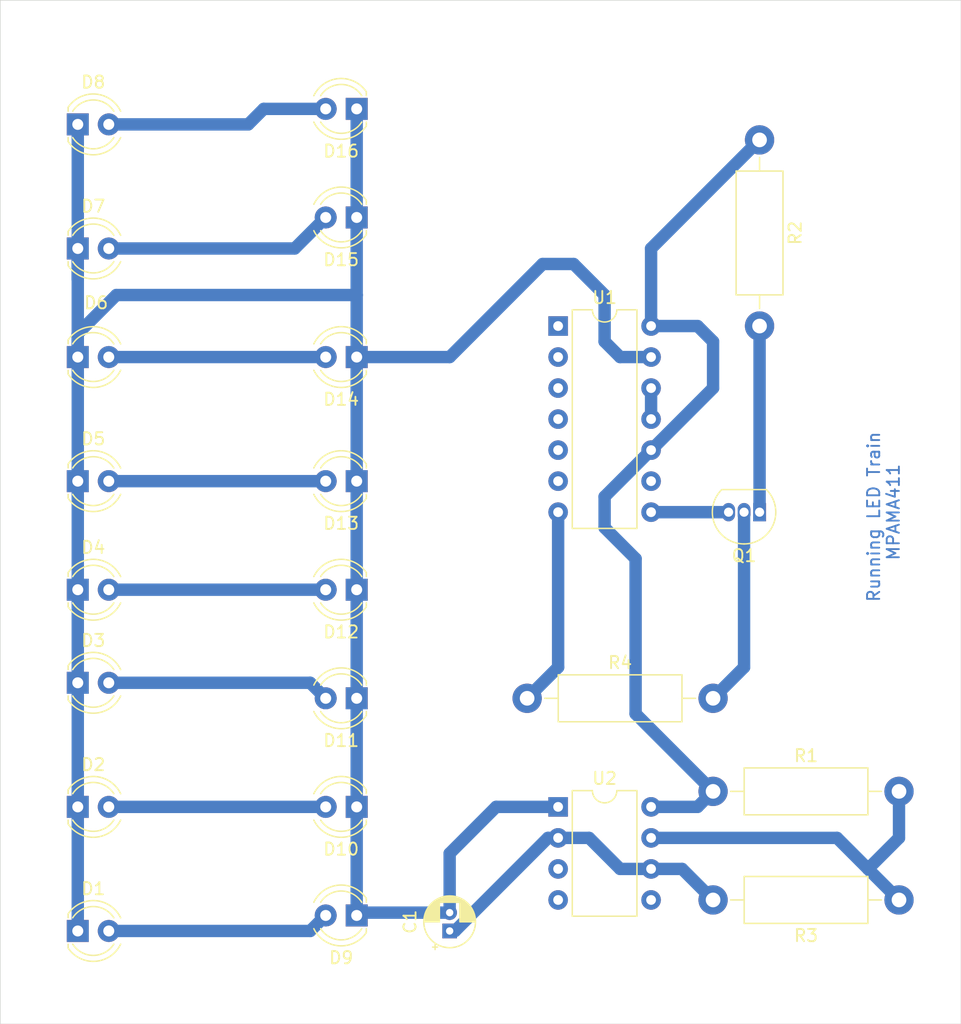
<source format=kicad_pcb>
(kicad_pcb (version 20171130) (host pcbnew "(5.1.10)-1")

  (general
    (thickness 1.6)
    (drawings 5)
    (tracks 77)
    (zones 0)
    (modules 24)
    (nets 20)
  )

  (page A4)
  (layers
    (0 F.Cu signal)
    (31 B.Cu signal)
    (32 B.Adhes user)
    (33 F.Adhes user)
    (34 B.Paste user)
    (35 F.Paste user)
    (36 B.SilkS user)
    (37 F.SilkS user)
    (38 B.Mask user)
    (39 F.Mask user)
    (40 Dwgs.User user)
    (41 Cmts.User user)
    (42 Eco1.User user)
    (43 Eco2.User user)
    (44 Edge.Cuts user)
    (45 Margin user)
    (46 B.CrtYd user)
    (47 F.CrtYd user)
    (48 B.Fab user)
    (49 F.Fab user)
  )

  (setup
    (last_trace_width 1.016)
    (user_trace_width 1.016)
    (user_trace_width 16)
    (trace_clearance 0.2)
    (zone_clearance 0.508)
    (zone_45_only no)
    (trace_min 0.2)
    (via_size 0.8)
    (via_drill 0.4)
    (via_min_size 0.4)
    (via_min_drill 0.3)
    (uvia_size 0.3)
    (uvia_drill 0.1)
    (uvias_allowed no)
    (uvia_min_size 0.2)
    (uvia_min_drill 0.1)
    (edge_width 0.05)
    (segment_width 0.2)
    (pcb_text_width 0.3)
    (pcb_text_size 1.5 1.5)
    (mod_edge_width 0.12)
    (mod_text_size 1 1)
    (mod_text_width 0.15)
    (pad_size 1.524 1.524)
    (pad_drill 0.762)
    (pad_to_mask_clearance 0)
    (aux_axis_origin 0 0)
    (visible_elements FFFFFF7F)
    (pcbplotparams
      (layerselection 0x010fc_ffffffff)
      (usegerberextensions false)
      (usegerberattributes true)
      (usegerberadvancedattributes true)
      (creategerberjobfile true)
      (excludeedgelayer true)
      (linewidth 0.100000)
      (plotframeref false)
      (viasonmask false)
      (mode 1)
      (useauxorigin false)
      (hpglpennumber 1)
      (hpglpenspeed 20)
      (hpglpendiameter 15.000000)
      (psnegative false)
      (psa4output false)
      (plotreference true)
      (plotvalue true)
      (plotinvisibletext false)
      (padsonsilk false)
      (subtractmaskfromsilk false)
      (outputformat 1)
      (mirror false)
      (drillshape 1)
      (scaleselection 1)
      (outputdirectory ""))
  )

  (net 0 "")
  (net 1 "Net-(C1-Pad1)")
  (net 2 "Net-(C1-Pad2)")
  (net 3 "Net-(D1-Pad2)")
  (net 4 "Net-(D10-Pad2)")
  (net 5 "Net-(D11-Pad2)")
  (net 6 "Net-(D12-Pad2)")
  (net 7 "Net-(D13-Pad2)")
  (net 8 "Net-(D14-Pad2)")
  (net 9 "Net-(D15-Pad2)")
  (net 10 "Net-(D16-Pad2)")
  (net 11 "Net-(Q1-Pad2)")
  (net 12 "Net-(Q1-Pad3)")
  (net 13 "Net-(Q1-Pad1)")
  (net 14 "Net-(R1-Pad1)")
  (net 15 "Net-(R1-Pad2)")
  (net 16 "Net-(U1-Pad9)")
  (net 17 "Net-(U1-Pad11)")
  (net 18 "Net-(U2-Pad5)")
  (net 19 "Net-(U2-Pad4)")

  (net_class Default "This is the default net class."
    (clearance 0.2)
    (trace_width 0.25)
    (via_dia 0.8)
    (via_drill 0.4)
    (uvia_dia 0.3)
    (uvia_drill 0.1)
    (add_net "Net-(C1-Pad1)")
    (add_net "Net-(C1-Pad2)")
    (add_net "Net-(D1-Pad2)")
    (add_net "Net-(D10-Pad2)")
    (add_net "Net-(D11-Pad2)")
    (add_net "Net-(D12-Pad2)")
    (add_net "Net-(D13-Pad2)")
    (add_net "Net-(D14-Pad2)")
    (add_net "Net-(D15-Pad2)")
    (add_net "Net-(D16-Pad2)")
    (add_net "Net-(Q1-Pad1)")
    (add_net "Net-(Q1-Pad2)")
    (add_net "Net-(Q1-Pad3)")
    (add_net "Net-(R1-Pad1)")
    (add_net "Net-(R1-Pad2)")
    (add_net "Net-(U1-Pad11)")
    (add_net "Net-(U1-Pad9)")
    (add_net "Net-(U2-Pad4)")
    (add_net "Net-(U2-Pad5)")
  )

  (module Capacitor_THT:CP_Radial_D4.0mm_P1.50mm (layer F.Cu) (tedit 5AE50EF0) (tstamp 61A3AA4A)
    (at 83.82 151.13 90)
    (descr "CP, Radial series, Radial, pin pitch=1.50mm, , diameter=4mm, Electrolytic Capacitor")
    (tags "CP Radial series Radial pin pitch 1.50mm  diameter 4mm Electrolytic Capacitor")
    (path /61951F94)
    (fp_text reference C1 (at 0.75 -3.25 90) (layer F.SilkS)
      (effects (font (size 1 1) (thickness 0.15)))
    )
    (fp_text value 10uF (at 0.75 3.25 90) (layer F.Fab)
      (effects (font (size 1 1) (thickness 0.15)))
    )
    (fp_text user %R (at 0.75 0 90) (layer F.Fab)
      (effects (font (size 0.8 0.8) (thickness 0.12)))
    )
    (fp_circle (center 0.75 0) (end 2.75 0) (layer F.Fab) (width 0.1))
    (fp_circle (center 0.75 0) (end 2.87 0) (layer F.SilkS) (width 0.12))
    (fp_circle (center 0.75 0) (end 3 0) (layer F.CrtYd) (width 0.05))
    (fp_line (start -0.952554 -0.8675) (end -0.552554 -0.8675) (layer F.Fab) (width 0.1))
    (fp_line (start -0.752554 -1.0675) (end -0.752554 -0.6675) (layer F.Fab) (width 0.1))
    (fp_line (start 0.75 0.84) (end 0.75 2.08) (layer F.SilkS) (width 0.12))
    (fp_line (start 0.75 -2.08) (end 0.75 -0.84) (layer F.SilkS) (width 0.12))
    (fp_line (start 0.79 0.84) (end 0.79 2.08) (layer F.SilkS) (width 0.12))
    (fp_line (start 0.79 -2.08) (end 0.79 -0.84) (layer F.SilkS) (width 0.12))
    (fp_line (start 0.83 0.84) (end 0.83 2.079) (layer F.SilkS) (width 0.12))
    (fp_line (start 0.83 -2.079) (end 0.83 -0.84) (layer F.SilkS) (width 0.12))
    (fp_line (start 0.87 -2.077) (end 0.87 -0.84) (layer F.SilkS) (width 0.12))
    (fp_line (start 0.87 0.84) (end 0.87 2.077) (layer F.SilkS) (width 0.12))
    (fp_line (start 0.91 -2.074) (end 0.91 -0.84) (layer F.SilkS) (width 0.12))
    (fp_line (start 0.91 0.84) (end 0.91 2.074) (layer F.SilkS) (width 0.12))
    (fp_line (start 0.95 -2.071) (end 0.95 -0.84) (layer F.SilkS) (width 0.12))
    (fp_line (start 0.95 0.84) (end 0.95 2.071) (layer F.SilkS) (width 0.12))
    (fp_line (start 0.99 -2.067) (end 0.99 -0.84) (layer F.SilkS) (width 0.12))
    (fp_line (start 0.99 0.84) (end 0.99 2.067) (layer F.SilkS) (width 0.12))
    (fp_line (start 1.03 -2.062) (end 1.03 -0.84) (layer F.SilkS) (width 0.12))
    (fp_line (start 1.03 0.84) (end 1.03 2.062) (layer F.SilkS) (width 0.12))
    (fp_line (start 1.07 -2.056) (end 1.07 -0.84) (layer F.SilkS) (width 0.12))
    (fp_line (start 1.07 0.84) (end 1.07 2.056) (layer F.SilkS) (width 0.12))
    (fp_line (start 1.11 -2.05) (end 1.11 -0.84) (layer F.SilkS) (width 0.12))
    (fp_line (start 1.11 0.84) (end 1.11 2.05) (layer F.SilkS) (width 0.12))
    (fp_line (start 1.15 -2.042) (end 1.15 -0.84) (layer F.SilkS) (width 0.12))
    (fp_line (start 1.15 0.84) (end 1.15 2.042) (layer F.SilkS) (width 0.12))
    (fp_line (start 1.19 -2.034) (end 1.19 -0.84) (layer F.SilkS) (width 0.12))
    (fp_line (start 1.19 0.84) (end 1.19 2.034) (layer F.SilkS) (width 0.12))
    (fp_line (start 1.23 -2.025) (end 1.23 -0.84) (layer F.SilkS) (width 0.12))
    (fp_line (start 1.23 0.84) (end 1.23 2.025) (layer F.SilkS) (width 0.12))
    (fp_line (start 1.27 -2.016) (end 1.27 -0.84) (layer F.SilkS) (width 0.12))
    (fp_line (start 1.27 0.84) (end 1.27 2.016) (layer F.SilkS) (width 0.12))
    (fp_line (start 1.31 -2.005) (end 1.31 -0.84) (layer F.SilkS) (width 0.12))
    (fp_line (start 1.31 0.84) (end 1.31 2.005) (layer F.SilkS) (width 0.12))
    (fp_line (start 1.35 -1.994) (end 1.35 -0.84) (layer F.SilkS) (width 0.12))
    (fp_line (start 1.35 0.84) (end 1.35 1.994) (layer F.SilkS) (width 0.12))
    (fp_line (start 1.39 -1.982) (end 1.39 -0.84) (layer F.SilkS) (width 0.12))
    (fp_line (start 1.39 0.84) (end 1.39 1.982) (layer F.SilkS) (width 0.12))
    (fp_line (start 1.43 -1.968) (end 1.43 -0.84) (layer F.SilkS) (width 0.12))
    (fp_line (start 1.43 0.84) (end 1.43 1.968) (layer F.SilkS) (width 0.12))
    (fp_line (start 1.471 -1.954) (end 1.471 -0.84) (layer F.SilkS) (width 0.12))
    (fp_line (start 1.471 0.84) (end 1.471 1.954) (layer F.SilkS) (width 0.12))
    (fp_line (start 1.511 -1.94) (end 1.511 -0.84) (layer F.SilkS) (width 0.12))
    (fp_line (start 1.511 0.84) (end 1.511 1.94) (layer F.SilkS) (width 0.12))
    (fp_line (start 1.551 -1.924) (end 1.551 -0.84) (layer F.SilkS) (width 0.12))
    (fp_line (start 1.551 0.84) (end 1.551 1.924) (layer F.SilkS) (width 0.12))
    (fp_line (start 1.591 -1.907) (end 1.591 -0.84) (layer F.SilkS) (width 0.12))
    (fp_line (start 1.591 0.84) (end 1.591 1.907) (layer F.SilkS) (width 0.12))
    (fp_line (start 1.631 -1.889) (end 1.631 -0.84) (layer F.SilkS) (width 0.12))
    (fp_line (start 1.631 0.84) (end 1.631 1.889) (layer F.SilkS) (width 0.12))
    (fp_line (start 1.671 -1.87) (end 1.671 -0.84) (layer F.SilkS) (width 0.12))
    (fp_line (start 1.671 0.84) (end 1.671 1.87) (layer F.SilkS) (width 0.12))
    (fp_line (start 1.711 -1.851) (end 1.711 -0.84) (layer F.SilkS) (width 0.12))
    (fp_line (start 1.711 0.84) (end 1.711 1.851) (layer F.SilkS) (width 0.12))
    (fp_line (start 1.751 -1.83) (end 1.751 -0.84) (layer F.SilkS) (width 0.12))
    (fp_line (start 1.751 0.84) (end 1.751 1.83) (layer F.SilkS) (width 0.12))
    (fp_line (start 1.791 -1.808) (end 1.791 -0.84) (layer F.SilkS) (width 0.12))
    (fp_line (start 1.791 0.84) (end 1.791 1.808) (layer F.SilkS) (width 0.12))
    (fp_line (start 1.831 -1.785) (end 1.831 -0.84) (layer F.SilkS) (width 0.12))
    (fp_line (start 1.831 0.84) (end 1.831 1.785) (layer F.SilkS) (width 0.12))
    (fp_line (start 1.871 -1.76) (end 1.871 -0.84) (layer F.SilkS) (width 0.12))
    (fp_line (start 1.871 0.84) (end 1.871 1.76) (layer F.SilkS) (width 0.12))
    (fp_line (start 1.911 -1.735) (end 1.911 -0.84) (layer F.SilkS) (width 0.12))
    (fp_line (start 1.911 0.84) (end 1.911 1.735) (layer F.SilkS) (width 0.12))
    (fp_line (start 1.951 -1.708) (end 1.951 -0.84) (layer F.SilkS) (width 0.12))
    (fp_line (start 1.951 0.84) (end 1.951 1.708) (layer F.SilkS) (width 0.12))
    (fp_line (start 1.991 -1.68) (end 1.991 -0.84) (layer F.SilkS) (width 0.12))
    (fp_line (start 1.991 0.84) (end 1.991 1.68) (layer F.SilkS) (width 0.12))
    (fp_line (start 2.031 -1.65) (end 2.031 -0.84) (layer F.SilkS) (width 0.12))
    (fp_line (start 2.031 0.84) (end 2.031 1.65) (layer F.SilkS) (width 0.12))
    (fp_line (start 2.071 -1.619) (end 2.071 -0.84) (layer F.SilkS) (width 0.12))
    (fp_line (start 2.071 0.84) (end 2.071 1.619) (layer F.SilkS) (width 0.12))
    (fp_line (start 2.111 -1.587) (end 2.111 -0.84) (layer F.SilkS) (width 0.12))
    (fp_line (start 2.111 0.84) (end 2.111 1.587) (layer F.SilkS) (width 0.12))
    (fp_line (start 2.151 -1.552) (end 2.151 -0.84) (layer F.SilkS) (width 0.12))
    (fp_line (start 2.151 0.84) (end 2.151 1.552) (layer F.SilkS) (width 0.12))
    (fp_line (start 2.191 -1.516) (end 2.191 -0.84) (layer F.SilkS) (width 0.12))
    (fp_line (start 2.191 0.84) (end 2.191 1.516) (layer F.SilkS) (width 0.12))
    (fp_line (start 2.231 -1.478) (end 2.231 -0.84) (layer F.SilkS) (width 0.12))
    (fp_line (start 2.231 0.84) (end 2.231 1.478) (layer F.SilkS) (width 0.12))
    (fp_line (start 2.271 -1.438) (end 2.271 -0.84) (layer F.SilkS) (width 0.12))
    (fp_line (start 2.271 0.84) (end 2.271 1.438) (layer F.SilkS) (width 0.12))
    (fp_line (start 2.311 -1.396) (end 2.311 -0.84) (layer F.SilkS) (width 0.12))
    (fp_line (start 2.311 0.84) (end 2.311 1.396) (layer F.SilkS) (width 0.12))
    (fp_line (start 2.351 -1.351) (end 2.351 1.351) (layer F.SilkS) (width 0.12))
    (fp_line (start 2.391 -1.304) (end 2.391 1.304) (layer F.SilkS) (width 0.12))
    (fp_line (start 2.431 -1.254) (end 2.431 1.254) (layer F.SilkS) (width 0.12))
    (fp_line (start 2.471 -1.2) (end 2.471 1.2) (layer F.SilkS) (width 0.12))
    (fp_line (start 2.511 -1.142) (end 2.511 1.142) (layer F.SilkS) (width 0.12))
    (fp_line (start 2.551 -1.08) (end 2.551 1.08) (layer F.SilkS) (width 0.12))
    (fp_line (start 2.591 -1.013) (end 2.591 1.013) (layer F.SilkS) (width 0.12))
    (fp_line (start 2.631 -0.94) (end 2.631 0.94) (layer F.SilkS) (width 0.12))
    (fp_line (start 2.671 -0.859) (end 2.671 0.859) (layer F.SilkS) (width 0.12))
    (fp_line (start 2.711 -0.768) (end 2.711 0.768) (layer F.SilkS) (width 0.12))
    (fp_line (start 2.751 -0.664) (end 2.751 0.664) (layer F.SilkS) (width 0.12))
    (fp_line (start 2.791 -0.537) (end 2.791 0.537) (layer F.SilkS) (width 0.12))
    (fp_line (start 2.831 -0.37) (end 2.831 0.37) (layer F.SilkS) (width 0.12))
    (fp_line (start -1.519801 -1.195) (end -1.119801 -1.195) (layer F.SilkS) (width 0.12))
    (fp_line (start -1.319801 -1.395) (end -1.319801 -0.995) (layer F.SilkS) (width 0.12))
    (pad 2 thru_hole circle (at 1.5 0 90) (size 1.2 1.2) (drill 0.6) (layers *.Cu *.Mask)
      (net 2 "Net-(C1-Pad2)"))
    (pad 1 thru_hole rect (at 0 0 90) (size 1.2 1.2) (drill 0.6) (layers *.Cu *.Mask)
      (net 1 "Net-(C1-Pad1)"))
    (model ${KISYS3DMOD}/Capacitor_THT.3dshapes/CP_Radial_D4.0mm_P1.50mm.wrl
      (at (xyz 0 0 0))
      (scale (xyz 1 1 1))
      (rotate (xyz 0 0 0))
    )
  )

  (module LED_THT:LED_D4.0mm (layer F.Cu) (tedit 587A3A7B) (tstamp 61A34113)
    (at 53.34 151.13)
    (descr "LED, diameter 4.0mm, 2 pins, http://www.kingbright.com/attachments/file/psearch/000/00/00/L-43GD(Ver.12B).pdf")
    (tags "LED diameter 4.0mm 2 pins")
    (path /61A67177)
    (fp_text reference D1 (at 1.27 -3.46) (layer F.SilkS)
      (effects (font (size 1 1) (thickness 0.15)))
    )
    (fp_text value LED (at 1.27 3.46) (layer F.Fab)
      (effects (font (size 1 1) (thickness 0.15)))
    )
    (fp_line (start 4 -2.75) (end -1.45 -2.75) (layer F.CrtYd) (width 0.05))
    (fp_line (start 4 2.75) (end 4 -2.75) (layer F.CrtYd) (width 0.05))
    (fp_line (start -1.45 2.75) (end 4 2.75) (layer F.CrtYd) (width 0.05))
    (fp_line (start -1.45 -2.75) (end -1.45 2.75) (layer F.CrtYd) (width 0.05))
    (fp_line (start -0.79 1.08) (end -0.79 1.399) (layer F.SilkS) (width 0.12))
    (fp_line (start -0.79 -1.399) (end -0.79 -1.08) (layer F.SilkS) (width 0.12))
    (fp_line (start -0.73 -1.32665) (end -0.73 1.32665) (layer F.Fab) (width 0.1))
    (fp_circle (center 1.27 0) (end 3.27 0) (layer F.Fab) (width 0.1))
    (fp_arc (start 1.27 0) (end -0.73 -1.32665) (angle 292.9) (layer F.Fab) (width 0.1))
    (fp_arc (start 1.27 0) (end -0.79 -1.398749) (angle 120.1) (layer F.SilkS) (width 0.12))
    (fp_arc (start 1.27 0) (end -0.79 1.398749) (angle -120.1) (layer F.SilkS) (width 0.12))
    (fp_arc (start 1.27 0) (end -0.41333 -1.08) (angle 114.6) (layer F.SilkS) (width 0.12))
    (fp_arc (start 1.27 0) (end -0.41333 1.08) (angle -114.6) (layer F.SilkS) (width 0.12))
    (pad 1 thru_hole rect (at 0 0) (size 1.8 1.8) (drill 0.9) (layers *.Cu *.Mask)
      (net 2 "Net-(C1-Pad2)"))
    (pad 2 thru_hole circle (at 2.54 0) (size 1.8 1.8) (drill 0.9) (layers *.Cu *.Mask)
      (net 3 "Net-(D1-Pad2)"))
    (model ${KISYS3DMOD}/LED_THT.3dshapes/LED_D4.0mm.wrl
      (at (xyz 0 0 0))
      (scale (xyz 1 1 1))
      (rotate (xyz 0 0 0))
    )
  )

  (module LED_THT:LED_D4.0mm (layer F.Cu) (tedit 587A3A7B) (tstamp 61A34126)
    (at 53.34 140.97)
    (descr "LED, diameter 4.0mm, 2 pins, http://www.kingbright.com/attachments/file/psearch/000/00/00/L-43GD(Ver.12B).pdf")
    (tags "LED diameter 4.0mm 2 pins")
    (path /61A66DB0)
    (fp_text reference D2 (at 1.27 -3.46) (layer F.SilkS)
      (effects (font (size 1 1) (thickness 0.15)))
    )
    (fp_text value LED (at 1.27 3.46) (layer F.Fab)
      (effects (font (size 1 1) (thickness 0.15)))
    )
    (fp_arc (start 1.27 0) (end -0.41333 1.08) (angle -114.6) (layer F.SilkS) (width 0.12))
    (fp_arc (start 1.27 0) (end -0.41333 -1.08) (angle 114.6) (layer F.SilkS) (width 0.12))
    (fp_arc (start 1.27 0) (end -0.79 1.398749) (angle -120.1) (layer F.SilkS) (width 0.12))
    (fp_arc (start 1.27 0) (end -0.79 -1.398749) (angle 120.1) (layer F.SilkS) (width 0.12))
    (fp_arc (start 1.27 0) (end -0.73 -1.32665) (angle 292.9) (layer F.Fab) (width 0.1))
    (fp_circle (center 1.27 0) (end 3.27 0) (layer F.Fab) (width 0.1))
    (fp_line (start -0.73 -1.32665) (end -0.73 1.32665) (layer F.Fab) (width 0.1))
    (fp_line (start -0.79 -1.399) (end -0.79 -1.08) (layer F.SilkS) (width 0.12))
    (fp_line (start -0.79 1.08) (end -0.79 1.399) (layer F.SilkS) (width 0.12))
    (fp_line (start -1.45 -2.75) (end -1.45 2.75) (layer F.CrtYd) (width 0.05))
    (fp_line (start -1.45 2.75) (end 4 2.75) (layer F.CrtYd) (width 0.05))
    (fp_line (start 4 2.75) (end 4 -2.75) (layer F.CrtYd) (width 0.05))
    (fp_line (start 4 -2.75) (end -1.45 -2.75) (layer F.CrtYd) (width 0.05))
    (pad 2 thru_hole circle (at 2.54 0) (size 1.8 1.8) (drill 0.9) (layers *.Cu *.Mask)
      (net 4 "Net-(D10-Pad2)"))
    (pad 1 thru_hole rect (at 0 0) (size 1.8 1.8) (drill 0.9) (layers *.Cu *.Mask)
      (net 2 "Net-(C1-Pad2)"))
    (model ${KISYS3DMOD}/LED_THT.3dshapes/LED_D4.0mm.wrl
      (at (xyz 0 0 0))
      (scale (xyz 1 1 1))
      (rotate (xyz 0 0 0))
    )
  )

  (module LED_THT:LED_D4.0mm (layer F.Cu) (tedit 587A3A7B) (tstamp 61A34139)
    (at 53.34 130.81)
    (descr "LED, diameter 4.0mm, 2 pins, http://www.kingbright.com/attachments/file/psearch/000/00/00/L-43GD(Ver.12B).pdf")
    (tags "LED diameter 4.0mm 2 pins")
    (path /61A5E91A)
    (fp_text reference D3 (at 1.27 -3.46) (layer F.SilkS)
      (effects (font (size 1 1) (thickness 0.15)))
    )
    (fp_text value LED (at 1.27 3.46) (layer F.Fab)
      (effects (font (size 1 1) (thickness 0.15)))
    )
    (fp_line (start 4 -2.75) (end -1.45 -2.75) (layer F.CrtYd) (width 0.05))
    (fp_line (start 4 2.75) (end 4 -2.75) (layer F.CrtYd) (width 0.05))
    (fp_line (start -1.45 2.75) (end 4 2.75) (layer F.CrtYd) (width 0.05))
    (fp_line (start -1.45 -2.75) (end -1.45 2.75) (layer F.CrtYd) (width 0.05))
    (fp_line (start -0.79 1.08) (end -0.79 1.399) (layer F.SilkS) (width 0.12))
    (fp_line (start -0.79 -1.399) (end -0.79 -1.08) (layer F.SilkS) (width 0.12))
    (fp_line (start -0.73 -1.32665) (end -0.73 1.32665) (layer F.Fab) (width 0.1))
    (fp_circle (center 1.27 0) (end 3.27 0) (layer F.Fab) (width 0.1))
    (fp_arc (start 1.27 0) (end -0.73 -1.32665) (angle 292.9) (layer F.Fab) (width 0.1))
    (fp_arc (start 1.27 0) (end -0.79 -1.398749) (angle 120.1) (layer F.SilkS) (width 0.12))
    (fp_arc (start 1.27 0) (end -0.79 1.398749) (angle -120.1) (layer F.SilkS) (width 0.12))
    (fp_arc (start 1.27 0) (end -0.41333 -1.08) (angle 114.6) (layer F.SilkS) (width 0.12))
    (fp_arc (start 1.27 0) (end -0.41333 1.08) (angle -114.6) (layer F.SilkS) (width 0.12))
    (pad 1 thru_hole rect (at 0 0) (size 1.8 1.8) (drill 0.9) (layers *.Cu *.Mask)
      (net 2 "Net-(C1-Pad2)"))
    (pad 2 thru_hole circle (at 2.54 0) (size 1.8 1.8) (drill 0.9) (layers *.Cu *.Mask)
      (net 5 "Net-(D11-Pad2)"))
    (model ${KISYS3DMOD}/LED_THT.3dshapes/LED_D4.0mm.wrl
      (at (xyz 0 0 0))
      (scale (xyz 1 1 1))
      (rotate (xyz 0 0 0))
    )
  )

  (module LED_THT:LED_D4.0mm (layer F.Cu) (tedit 587A3A7B) (tstamp 61A3414C)
    (at 53.34 123.19)
    (descr "LED, diameter 4.0mm, 2 pins, http://www.kingbright.com/attachments/file/psearch/000/00/00/L-43GD(Ver.12B).pdf")
    (tags "LED diameter 4.0mm 2 pins")
    (path /61A5B4F4)
    (fp_text reference D4 (at 1.27 -3.46) (layer F.SilkS)
      (effects (font (size 1 1) (thickness 0.15)))
    )
    (fp_text value LED (at 1.27 3.46) (layer F.Fab)
      (effects (font (size 1 1) (thickness 0.15)))
    )
    (fp_arc (start 1.27 0) (end -0.41333 1.08) (angle -114.6) (layer F.SilkS) (width 0.12))
    (fp_arc (start 1.27 0) (end -0.41333 -1.08) (angle 114.6) (layer F.SilkS) (width 0.12))
    (fp_arc (start 1.27 0) (end -0.79 1.398749) (angle -120.1) (layer F.SilkS) (width 0.12))
    (fp_arc (start 1.27 0) (end -0.79 -1.398749) (angle 120.1) (layer F.SilkS) (width 0.12))
    (fp_arc (start 1.27 0) (end -0.73 -1.32665) (angle 292.9) (layer F.Fab) (width 0.1))
    (fp_circle (center 1.27 0) (end 3.27 0) (layer F.Fab) (width 0.1))
    (fp_line (start -0.73 -1.32665) (end -0.73 1.32665) (layer F.Fab) (width 0.1))
    (fp_line (start -0.79 -1.399) (end -0.79 -1.08) (layer F.SilkS) (width 0.12))
    (fp_line (start -0.79 1.08) (end -0.79 1.399) (layer F.SilkS) (width 0.12))
    (fp_line (start -1.45 -2.75) (end -1.45 2.75) (layer F.CrtYd) (width 0.05))
    (fp_line (start -1.45 2.75) (end 4 2.75) (layer F.CrtYd) (width 0.05))
    (fp_line (start 4 2.75) (end 4 -2.75) (layer F.CrtYd) (width 0.05))
    (fp_line (start 4 -2.75) (end -1.45 -2.75) (layer F.CrtYd) (width 0.05))
    (pad 2 thru_hole circle (at 2.54 0) (size 1.8 1.8) (drill 0.9) (layers *.Cu *.Mask)
      (net 6 "Net-(D12-Pad2)"))
    (pad 1 thru_hole rect (at 0 0) (size 1.8 1.8) (drill 0.9) (layers *.Cu *.Mask)
      (net 2 "Net-(C1-Pad2)"))
    (model ${KISYS3DMOD}/LED_THT.3dshapes/LED_D4.0mm.wrl
      (at (xyz 0 0 0))
      (scale (xyz 1 1 1))
      (rotate (xyz 0 0 0))
    )
  )

  (module LED_THT:LED_D4.0mm (layer F.Cu) (tedit 587A3A7B) (tstamp 61A34A6E)
    (at 53.34 114.3)
    (descr "LED, diameter 4.0mm, 2 pins, http://www.kingbright.com/attachments/file/psearch/000/00/00/L-43GD(Ver.12B).pdf")
    (tags "LED diameter 4.0mm 2 pins")
    (path /61A56FAC)
    (fp_text reference D5 (at 1.27 -3.46) (layer F.SilkS)
      (effects (font (size 1 1) (thickness 0.15)))
    )
    (fp_text value LED (at 1.27 3.46) (layer F.Fab)
      (effects (font (size 1 1) (thickness 0.15)))
    )
    (fp_line (start 4 -2.75) (end -1.45 -2.75) (layer F.CrtYd) (width 0.05))
    (fp_line (start 4 2.75) (end 4 -2.75) (layer F.CrtYd) (width 0.05))
    (fp_line (start -1.45 2.75) (end 4 2.75) (layer F.CrtYd) (width 0.05))
    (fp_line (start -1.45 -2.75) (end -1.45 2.75) (layer F.CrtYd) (width 0.05))
    (fp_line (start -0.79 1.08) (end -0.79 1.399) (layer F.SilkS) (width 0.12))
    (fp_line (start -0.79 -1.399) (end -0.79 -1.08) (layer F.SilkS) (width 0.12))
    (fp_line (start -0.73 -1.32665) (end -0.73 1.32665) (layer F.Fab) (width 0.1))
    (fp_circle (center 1.27 0) (end 3.27 0) (layer F.Fab) (width 0.1))
    (fp_arc (start 1.27 0) (end -0.73 -1.32665) (angle 292.9) (layer F.Fab) (width 0.1))
    (fp_arc (start 1.27 0) (end -0.79 -1.398749) (angle 120.1) (layer F.SilkS) (width 0.12))
    (fp_arc (start 1.27 0) (end -0.79 1.398749) (angle -120.1) (layer F.SilkS) (width 0.12))
    (fp_arc (start 1.27 0) (end -0.41333 -1.08) (angle 114.6) (layer F.SilkS) (width 0.12))
    (fp_arc (start 1.27 0) (end -0.41333 1.08) (angle -114.6) (layer F.SilkS) (width 0.12))
    (pad 1 thru_hole rect (at 0 0) (size 1.8 1.8) (drill 0.9) (layers *.Cu *.Mask)
      (net 2 "Net-(C1-Pad2)"))
    (pad 2 thru_hole circle (at 2.54 0) (size 1.8 1.8) (drill 0.9) (layers *.Cu *.Mask)
      (net 7 "Net-(D13-Pad2)"))
    (model ${KISYS3DMOD}/LED_THT.3dshapes/LED_D4.0mm.wrl
      (at (xyz 0 0 0))
      (scale (xyz 1 1 1))
      (rotate (xyz 0 0 0))
    )
  )

  (module LED_THT:LED_D4.0mm (layer F.Cu) (tedit 587A3A7B) (tstamp 61A34172)
    (at 53.34 104.14)
    (descr "LED, diameter 4.0mm, 2 pins, http://www.kingbright.com/attachments/file/psearch/000/00/00/L-43GD(Ver.12B).pdf")
    (tags "LED diameter 4.0mm 2 pins")
    (path /61A51043)
    (fp_text reference D6 (at 1.504999 -4.445001) (layer F.SilkS)
      (effects (font (size 1 1) (thickness 0.15)))
    )
    (fp_text value LED (at 1.27 3.46) (layer F.Fab)
      (effects (font (size 1 1) (thickness 0.15)))
    )
    (fp_arc (start 1.27 0) (end -0.41333 1.08) (angle -114.6) (layer F.SilkS) (width 0.12))
    (fp_arc (start 1.27 0) (end -0.41333 -1.08) (angle 114.6) (layer F.SilkS) (width 0.12))
    (fp_arc (start 1.27 0) (end -0.79 1.398749) (angle -120.1) (layer F.SilkS) (width 0.12))
    (fp_arc (start 1.27 0) (end -0.79 -1.398749) (angle 120.1) (layer F.SilkS) (width 0.12))
    (fp_arc (start 1.27 0) (end -0.73 -1.32665) (angle 292.9) (layer F.Fab) (width 0.1))
    (fp_circle (center 1.27 0) (end 3.27 0) (layer F.Fab) (width 0.1))
    (fp_line (start -0.73 -1.32665) (end -0.73 1.32665) (layer F.Fab) (width 0.1))
    (fp_line (start -0.79 -1.399) (end -0.79 -1.08) (layer F.SilkS) (width 0.12))
    (fp_line (start -0.79 1.08) (end -0.79 1.399) (layer F.SilkS) (width 0.12))
    (fp_line (start -1.45 -2.75) (end -1.45 2.75) (layer F.CrtYd) (width 0.05))
    (fp_line (start -1.45 2.75) (end 4 2.75) (layer F.CrtYd) (width 0.05))
    (fp_line (start 4 2.75) (end 4 -2.75) (layer F.CrtYd) (width 0.05))
    (fp_line (start 4 -2.75) (end -1.45 -2.75) (layer F.CrtYd) (width 0.05))
    (pad 2 thru_hole circle (at 2.54 0) (size 1.8 1.8) (drill 0.9) (layers *.Cu *.Mask)
      (net 8 "Net-(D14-Pad2)"))
    (pad 1 thru_hole rect (at 0 0) (size 1.8 1.8) (drill 0.9) (layers *.Cu *.Mask)
      (net 2 "Net-(C1-Pad2)"))
    (model ${KISYS3DMOD}/LED_THT.3dshapes/LED_D4.0mm.wrl
      (at (xyz 0 0 0))
      (scale (xyz 1 1 1))
      (rotate (xyz 0 0 0))
    )
  )

  (module LED_THT:LED_D4.0mm (layer F.Cu) (tedit 587A3A7B) (tstamp 61A3B00E)
    (at 53.34 95.25)
    (descr "LED, diameter 4.0mm, 2 pins, http://www.kingbright.com/attachments/file/psearch/000/00/00/L-43GD(Ver.12B).pdf")
    (tags "LED diameter 4.0mm 2 pins")
    (path /61A4EAA6)
    (fp_text reference D7 (at 1.27 -3.46) (layer F.SilkS)
      (effects (font (size 1 1) (thickness 0.15)))
    )
    (fp_text value LED (at 1.27 3.46) (layer F.Fab)
      (effects (font (size 1 1) (thickness 0.15)))
    )
    (fp_line (start 4 -2.75) (end -1.45 -2.75) (layer F.CrtYd) (width 0.05))
    (fp_line (start 4 2.75) (end 4 -2.75) (layer F.CrtYd) (width 0.05))
    (fp_line (start -1.45 2.75) (end 4 2.75) (layer F.CrtYd) (width 0.05))
    (fp_line (start -1.45 -2.75) (end -1.45 2.75) (layer F.CrtYd) (width 0.05))
    (fp_line (start -0.79 1.08) (end -0.79 1.399) (layer F.SilkS) (width 0.12))
    (fp_line (start -0.79 -1.399) (end -0.79 -1.08) (layer F.SilkS) (width 0.12))
    (fp_line (start -0.73 -1.32665) (end -0.73 1.32665) (layer F.Fab) (width 0.1))
    (fp_circle (center 1.27 0) (end 3.27 0) (layer F.Fab) (width 0.1))
    (fp_arc (start 1.27 0) (end -0.73 -1.32665) (angle 292.9) (layer F.Fab) (width 0.1))
    (fp_arc (start 1.27 0) (end -0.79 -1.398749) (angle 120.1) (layer F.SilkS) (width 0.12))
    (fp_arc (start 1.27 0) (end -0.79 1.398749) (angle -120.1) (layer F.SilkS) (width 0.12))
    (fp_arc (start 1.27 0) (end -0.41333 -1.08) (angle 114.6) (layer F.SilkS) (width 0.12))
    (fp_arc (start 1.27 0) (end -0.41333 1.08) (angle -114.6) (layer F.SilkS) (width 0.12))
    (pad 1 thru_hole rect (at 0 0) (size 1.8 1.8) (drill 0.9) (layers *.Cu *.Mask)
      (net 2 "Net-(C1-Pad2)"))
    (pad 2 thru_hole circle (at 2.54 0) (size 1.8 1.8) (drill 0.9) (layers *.Cu *.Mask)
      (net 9 "Net-(D15-Pad2)"))
    (model ${KISYS3DMOD}/LED_THT.3dshapes/LED_D4.0mm.wrl
      (at (xyz 0 0 0))
      (scale (xyz 1 1 1))
      (rotate (xyz 0 0 0))
    )
  )

  (module LED_THT:LED_D4.0mm (layer F.Cu) (tedit 587A3A7B) (tstamp 61A34198)
    (at 53.34 85.09)
    (descr "LED, diameter 4.0mm, 2 pins, http://www.kingbright.com/attachments/file/psearch/000/00/00/L-43GD(Ver.12B).pdf")
    (tags "LED diameter 4.0mm 2 pins")
    (path /61A86755)
    (fp_text reference D8 (at 1.27 -3.46) (layer F.SilkS)
      (effects (font (size 1 1) (thickness 0.15)))
    )
    (fp_text value LED (at 1.27 3.46) (layer F.Fab)
      (effects (font (size 1 1) (thickness 0.15)))
    )
    (fp_arc (start 1.27 0) (end -0.41333 1.08) (angle -114.6) (layer F.SilkS) (width 0.12))
    (fp_arc (start 1.27 0) (end -0.41333 -1.08) (angle 114.6) (layer F.SilkS) (width 0.12))
    (fp_arc (start 1.27 0) (end -0.79 1.398749) (angle -120.1) (layer F.SilkS) (width 0.12))
    (fp_arc (start 1.27 0) (end -0.79 -1.398749) (angle 120.1) (layer F.SilkS) (width 0.12))
    (fp_arc (start 1.27 0) (end -0.73 -1.32665) (angle 292.9) (layer F.Fab) (width 0.1))
    (fp_circle (center 1.27 0) (end 3.27 0) (layer F.Fab) (width 0.1))
    (fp_line (start -0.73 -1.32665) (end -0.73 1.32665) (layer F.Fab) (width 0.1))
    (fp_line (start -0.79 -1.399) (end -0.79 -1.08) (layer F.SilkS) (width 0.12))
    (fp_line (start -0.79 1.08) (end -0.79 1.399) (layer F.SilkS) (width 0.12))
    (fp_line (start -1.45 -2.75) (end -1.45 2.75) (layer F.CrtYd) (width 0.05))
    (fp_line (start -1.45 2.75) (end 4 2.75) (layer F.CrtYd) (width 0.05))
    (fp_line (start 4 2.75) (end 4 -2.75) (layer F.CrtYd) (width 0.05))
    (fp_line (start 4 -2.75) (end -1.45 -2.75) (layer F.CrtYd) (width 0.05))
    (pad 2 thru_hole circle (at 2.54 0) (size 1.8 1.8) (drill 0.9) (layers *.Cu *.Mask)
      (net 10 "Net-(D16-Pad2)"))
    (pad 1 thru_hole rect (at 0 0) (size 1.8 1.8) (drill 0.9) (layers *.Cu *.Mask)
      (net 2 "Net-(C1-Pad2)"))
    (model ${KISYS3DMOD}/LED_THT.3dshapes/LED_D4.0mm.wrl
      (at (xyz 0 0 0))
      (scale (xyz 1 1 1))
      (rotate (xyz 0 0 0))
    )
  )

  (module LED_THT:LED_D4.0mm (layer F.Cu) (tedit 587A3A7B) (tstamp 61A3A786)
    (at 76.2 149.86 180)
    (descr "LED, diameter 4.0mm, 2 pins, http://www.kingbright.com/attachments/file/psearch/000/00/00/L-43GD(Ver.12B).pdf")
    (tags "LED diameter 4.0mm 2 pins")
    (path /61A4BA52)
    (fp_text reference D9 (at 1.27 -3.46) (layer F.SilkS)
      (effects (font (size 1 1) (thickness 0.15)))
    )
    (fp_text value LED (at 1.27 3.46) (layer F.Fab)
      (effects (font (size 1 1) (thickness 0.15)))
    )
    (fp_line (start 4 -2.75) (end -1.45 -2.75) (layer F.CrtYd) (width 0.05))
    (fp_line (start 4 2.75) (end 4 -2.75) (layer F.CrtYd) (width 0.05))
    (fp_line (start -1.45 2.75) (end 4 2.75) (layer F.CrtYd) (width 0.05))
    (fp_line (start -1.45 -2.75) (end -1.45 2.75) (layer F.CrtYd) (width 0.05))
    (fp_line (start -0.79 1.08) (end -0.79 1.399) (layer F.SilkS) (width 0.12))
    (fp_line (start -0.79 -1.399) (end -0.79 -1.08) (layer F.SilkS) (width 0.12))
    (fp_line (start -0.73 -1.32665) (end -0.73 1.32665) (layer F.Fab) (width 0.1))
    (fp_circle (center 1.27 0) (end 3.27 0) (layer F.Fab) (width 0.1))
    (fp_arc (start 1.27 0) (end -0.73 -1.32665) (angle 292.9) (layer F.Fab) (width 0.1))
    (fp_arc (start 1.27 0) (end -0.79 -1.398749) (angle 120.1) (layer F.SilkS) (width 0.12))
    (fp_arc (start 1.27 0) (end -0.79 1.398749) (angle -120.1) (layer F.SilkS) (width 0.12))
    (fp_arc (start 1.27 0) (end -0.41333 -1.08) (angle 114.6) (layer F.SilkS) (width 0.12))
    (fp_arc (start 1.27 0) (end -0.41333 1.08) (angle -114.6) (layer F.SilkS) (width 0.12))
    (pad 1 thru_hole rect (at 0 0 180) (size 1.8 1.8) (drill 0.9) (layers *.Cu *.Mask)
      (net 2 "Net-(C1-Pad2)"))
    (pad 2 thru_hole circle (at 2.54 0 180) (size 1.8 1.8) (drill 0.9) (layers *.Cu *.Mask)
      (net 3 "Net-(D1-Pad2)"))
    (model ${KISYS3DMOD}/LED_THT.3dshapes/LED_D4.0mm.wrl
      (at (xyz 0 0 0))
      (scale (xyz 1 1 1))
      (rotate (xyz 0 0 0))
    )
  )

  (module LED_THT:LED_D4.0mm (layer F.Cu) (tedit 587A3A7B) (tstamp 61A341BE)
    (at 76.2 140.97 180)
    (descr "LED, diameter 4.0mm, 2 pins, http://www.kingbright.com/attachments/file/psearch/000/00/00/L-43GD(Ver.12B).pdf")
    (tags "LED diameter 4.0mm 2 pins")
    (path /61A4B8EE)
    (fp_text reference D10 (at 1.27 -3.46) (layer F.SilkS)
      (effects (font (size 1 1) (thickness 0.15)))
    )
    (fp_text value LED (at 1.27 3.46) (layer F.Fab)
      (effects (font (size 1 1) (thickness 0.15)))
    )
    (fp_line (start 4 -2.75) (end -1.45 -2.75) (layer F.CrtYd) (width 0.05))
    (fp_line (start 4 2.75) (end 4 -2.75) (layer F.CrtYd) (width 0.05))
    (fp_line (start -1.45 2.75) (end 4 2.75) (layer F.CrtYd) (width 0.05))
    (fp_line (start -1.45 -2.75) (end -1.45 2.75) (layer F.CrtYd) (width 0.05))
    (fp_line (start -0.79 1.08) (end -0.79 1.399) (layer F.SilkS) (width 0.12))
    (fp_line (start -0.79 -1.399) (end -0.79 -1.08) (layer F.SilkS) (width 0.12))
    (fp_line (start -0.73 -1.32665) (end -0.73 1.32665) (layer F.Fab) (width 0.1))
    (fp_circle (center 1.27 0) (end 3.27 0) (layer F.Fab) (width 0.1))
    (fp_arc (start 1.27 0) (end -0.73 -1.32665) (angle 292.9) (layer F.Fab) (width 0.1))
    (fp_arc (start 1.27 0) (end -0.79 -1.398749) (angle 120.1) (layer F.SilkS) (width 0.12))
    (fp_arc (start 1.27 0) (end -0.79 1.398749) (angle -120.1) (layer F.SilkS) (width 0.12))
    (fp_arc (start 1.27 0) (end -0.41333 -1.08) (angle 114.6) (layer F.SilkS) (width 0.12))
    (fp_arc (start 1.27 0) (end -0.41333 1.08) (angle -114.6) (layer F.SilkS) (width 0.12))
    (pad 1 thru_hole rect (at 0 0 180) (size 1.8 1.8) (drill 0.9) (layers *.Cu *.Mask)
      (net 2 "Net-(C1-Pad2)"))
    (pad 2 thru_hole circle (at 2.54 0 180) (size 1.8 1.8) (drill 0.9) (layers *.Cu *.Mask)
      (net 4 "Net-(D10-Pad2)"))
    (model ${KISYS3DMOD}/LED_THT.3dshapes/LED_D4.0mm.wrl
      (at (xyz 0 0 0))
      (scale (xyz 1 1 1))
      (rotate (xyz 0 0 0))
    )
  )

  (module LED_THT:LED_D4.0mm (layer F.Cu) (tedit 587A3A7B) (tstamp 61A341D1)
    (at 76.2 132.08 180)
    (descr "LED, diameter 4.0mm, 2 pins, http://www.kingbright.com/attachments/file/psearch/000/00/00/L-43GD(Ver.12B).pdf")
    (tags "LED diameter 4.0mm 2 pins")
    (path /61A4B755)
    (fp_text reference D11 (at 1.27 -3.46) (layer F.SilkS)
      (effects (font (size 1 1) (thickness 0.15)))
    )
    (fp_text value LED (at 1.27 3.46) (layer F.Fab)
      (effects (font (size 1 1) (thickness 0.15)))
    )
    (fp_arc (start 1.27 0) (end -0.41333 1.08) (angle -114.6) (layer F.SilkS) (width 0.12))
    (fp_arc (start 1.27 0) (end -0.41333 -1.08) (angle 114.6) (layer F.SilkS) (width 0.12))
    (fp_arc (start 1.27 0) (end -0.79 1.398749) (angle -120.1) (layer F.SilkS) (width 0.12))
    (fp_arc (start 1.27 0) (end -0.79 -1.398749) (angle 120.1) (layer F.SilkS) (width 0.12))
    (fp_arc (start 1.27 0) (end -0.73 -1.32665) (angle 292.9) (layer F.Fab) (width 0.1))
    (fp_circle (center 1.27 0) (end 3.27 0) (layer F.Fab) (width 0.1))
    (fp_line (start -0.73 -1.32665) (end -0.73 1.32665) (layer F.Fab) (width 0.1))
    (fp_line (start -0.79 -1.399) (end -0.79 -1.08) (layer F.SilkS) (width 0.12))
    (fp_line (start -0.79 1.08) (end -0.79 1.399) (layer F.SilkS) (width 0.12))
    (fp_line (start -1.45 -2.75) (end -1.45 2.75) (layer F.CrtYd) (width 0.05))
    (fp_line (start -1.45 2.75) (end 4 2.75) (layer F.CrtYd) (width 0.05))
    (fp_line (start 4 2.75) (end 4 -2.75) (layer F.CrtYd) (width 0.05))
    (fp_line (start 4 -2.75) (end -1.45 -2.75) (layer F.CrtYd) (width 0.05))
    (pad 2 thru_hole circle (at 2.54 0 180) (size 1.8 1.8) (drill 0.9) (layers *.Cu *.Mask)
      (net 5 "Net-(D11-Pad2)"))
    (pad 1 thru_hole rect (at 0 0 180) (size 1.8 1.8) (drill 0.9) (layers *.Cu *.Mask)
      (net 2 "Net-(C1-Pad2)"))
    (model ${KISYS3DMOD}/LED_THT.3dshapes/LED_D4.0mm.wrl
      (at (xyz 0 0 0))
      (scale (xyz 1 1 1))
      (rotate (xyz 0 0 0))
    )
  )

  (module LED_THT:LED_D4.0mm (layer F.Cu) (tedit 587A3A7B) (tstamp 61A341E4)
    (at 76.2 123.19 180)
    (descr "LED, diameter 4.0mm, 2 pins, http://www.kingbright.com/attachments/file/psearch/000/00/00/L-43GD(Ver.12B).pdf")
    (tags "LED diameter 4.0mm 2 pins")
    (path /61A4B60E)
    (fp_text reference D12 (at 1.27 -3.46) (layer F.SilkS)
      (effects (font (size 1 1) (thickness 0.15)))
    )
    (fp_text value LED (at 1.27 3.46) (layer F.Fab)
      (effects (font (size 1 1) (thickness 0.15)))
    )
    (fp_line (start 4 -2.75) (end -1.45 -2.75) (layer F.CrtYd) (width 0.05))
    (fp_line (start 4 2.75) (end 4 -2.75) (layer F.CrtYd) (width 0.05))
    (fp_line (start -1.45 2.75) (end 4 2.75) (layer F.CrtYd) (width 0.05))
    (fp_line (start -1.45 -2.75) (end -1.45 2.75) (layer F.CrtYd) (width 0.05))
    (fp_line (start -0.79 1.08) (end -0.79 1.399) (layer F.SilkS) (width 0.12))
    (fp_line (start -0.79 -1.399) (end -0.79 -1.08) (layer F.SilkS) (width 0.12))
    (fp_line (start -0.73 -1.32665) (end -0.73 1.32665) (layer F.Fab) (width 0.1))
    (fp_circle (center 1.27 0) (end 3.27 0) (layer F.Fab) (width 0.1))
    (fp_arc (start 1.27 0) (end -0.73 -1.32665) (angle 292.9) (layer F.Fab) (width 0.1))
    (fp_arc (start 1.27 0) (end -0.79 -1.398749) (angle 120.1) (layer F.SilkS) (width 0.12))
    (fp_arc (start 1.27 0) (end -0.79 1.398749) (angle -120.1) (layer F.SilkS) (width 0.12))
    (fp_arc (start 1.27 0) (end -0.41333 -1.08) (angle 114.6) (layer F.SilkS) (width 0.12))
    (fp_arc (start 1.27 0) (end -0.41333 1.08) (angle -114.6) (layer F.SilkS) (width 0.12))
    (pad 1 thru_hole rect (at 0 0 180) (size 1.8 1.8) (drill 0.9) (layers *.Cu *.Mask)
      (net 2 "Net-(C1-Pad2)"))
    (pad 2 thru_hole circle (at 2.54 0 180) (size 1.8 1.8) (drill 0.9) (layers *.Cu *.Mask)
      (net 6 "Net-(D12-Pad2)"))
    (model ${KISYS3DMOD}/LED_THT.3dshapes/LED_D4.0mm.wrl
      (at (xyz 0 0 0))
      (scale (xyz 1 1 1))
      (rotate (xyz 0 0 0))
    )
  )

  (module LED_THT:LED_D4.0mm (layer F.Cu) (tedit 587A3A7B) (tstamp 61A341F7)
    (at 76.2 114.3 180)
    (descr "LED, diameter 4.0mm, 2 pins, http://www.kingbright.com/attachments/file/psearch/000/00/00/L-43GD(Ver.12B).pdf")
    (tags "LED diameter 4.0mm 2 pins")
    (path /61A4B4AF)
    (fp_text reference D13 (at 1.27 -3.46) (layer F.SilkS)
      (effects (font (size 1 1) (thickness 0.15)))
    )
    (fp_text value LED (at 1.27 3.46) (layer F.Fab)
      (effects (font (size 1 1) (thickness 0.15)))
    )
    (fp_arc (start 1.27 0) (end -0.41333 1.08) (angle -114.6) (layer F.SilkS) (width 0.12))
    (fp_arc (start 1.27 0) (end -0.41333 -1.08) (angle 114.6) (layer F.SilkS) (width 0.12))
    (fp_arc (start 1.27 0) (end -0.79 1.398749) (angle -120.1) (layer F.SilkS) (width 0.12))
    (fp_arc (start 1.27 0) (end -0.79 -1.398749) (angle 120.1) (layer F.SilkS) (width 0.12))
    (fp_arc (start 1.27 0) (end -0.73 -1.32665) (angle 292.9) (layer F.Fab) (width 0.1))
    (fp_circle (center 1.27 0) (end 3.27 0) (layer F.Fab) (width 0.1))
    (fp_line (start -0.73 -1.32665) (end -0.73 1.32665) (layer F.Fab) (width 0.1))
    (fp_line (start -0.79 -1.399) (end -0.79 -1.08) (layer F.SilkS) (width 0.12))
    (fp_line (start -0.79 1.08) (end -0.79 1.399) (layer F.SilkS) (width 0.12))
    (fp_line (start -1.45 -2.75) (end -1.45 2.75) (layer F.CrtYd) (width 0.05))
    (fp_line (start -1.45 2.75) (end 4 2.75) (layer F.CrtYd) (width 0.05))
    (fp_line (start 4 2.75) (end 4 -2.75) (layer F.CrtYd) (width 0.05))
    (fp_line (start 4 -2.75) (end -1.45 -2.75) (layer F.CrtYd) (width 0.05))
    (pad 2 thru_hole circle (at 2.54 0 180) (size 1.8 1.8) (drill 0.9) (layers *.Cu *.Mask)
      (net 7 "Net-(D13-Pad2)"))
    (pad 1 thru_hole rect (at 0 0 180) (size 1.8 1.8) (drill 0.9) (layers *.Cu *.Mask)
      (net 2 "Net-(C1-Pad2)"))
    (model ${KISYS3DMOD}/LED_THT.3dshapes/LED_D4.0mm.wrl
      (at (xyz 0 0 0))
      (scale (xyz 1 1 1))
      (rotate (xyz 0 0 0))
    )
  )

  (module LED_THT:LED_D4.0mm (layer F.Cu) (tedit 587A3A7B) (tstamp 61A3420A)
    (at 76.2 104.14 180)
    (descr "LED, diameter 4.0mm, 2 pins, http://www.kingbright.com/attachments/file/psearch/000/00/00/L-43GD(Ver.12B).pdf")
    (tags "LED diameter 4.0mm 2 pins")
    (path /61A4B2D7)
    (fp_text reference D14 (at 1.27 -3.46) (layer F.SilkS)
      (effects (font (size 1 1) (thickness 0.15)))
    )
    (fp_text value LED (at 1.27 3.46) (layer F.Fab)
      (effects (font (size 1 1) (thickness 0.15)))
    )
    (fp_line (start 4 -2.75) (end -1.45 -2.75) (layer F.CrtYd) (width 0.05))
    (fp_line (start 4 2.75) (end 4 -2.75) (layer F.CrtYd) (width 0.05))
    (fp_line (start -1.45 2.75) (end 4 2.75) (layer F.CrtYd) (width 0.05))
    (fp_line (start -1.45 -2.75) (end -1.45 2.75) (layer F.CrtYd) (width 0.05))
    (fp_line (start -0.79 1.08) (end -0.79 1.399) (layer F.SilkS) (width 0.12))
    (fp_line (start -0.79 -1.399) (end -0.79 -1.08) (layer F.SilkS) (width 0.12))
    (fp_line (start -0.73 -1.32665) (end -0.73 1.32665) (layer F.Fab) (width 0.1))
    (fp_circle (center 1.27 0) (end 3.27 0) (layer F.Fab) (width 0.1))
    (fp_arc (start 1.27 0) (end -0.73 -1.32665) (angle 292.9) (layer F.Fab) (width 0.1))
    (fp_arc (start 1.27 0) (end -0.79 -1.398749) (angle 120.1) (layer F.SilkS) (width 0.12))
    (fp_arc (start 1.27 0) (end -0.79 1.398749) (angle -120.1) (layer F.SilkS) (width 0.12))
    (fp_arc (start 1.27 0) (end -0.41333 -1.08) (angle 114.6) (layer F.SilkS) (width 0.12))
    (fp_arc (start 1.27 0) (end -0.41333 1.08) (angle -114.6) (layer F.SilkS) (width 0.12))
    (pad 1 thru_hole rect (at 0 0 180) (size 1.8 1.8) (drill 0.9) (layers *.Cu *.Mask)
      (net 2 "Net-(C1-Pad2)"))
    (pad 2 thru_hole circle (at 2.54 0 180) (size 1.8 1.8) (drill 0.9) (layers *.Cu *.Mask)
      (net 8 "Net-(D14-Pad2)"))
    (model ${KISYS3DMOD}/LED_THT.3dshapes/LED_D4.0mm.wrl
      (at (xyz 0 0 0))
      (scale (xyz 1 1 1))
      (rotate (xyz 0 0 0))
    )
  )

  (module LED_THT:LED_D4.0mm (layer F.Cu) (tedit 587A3A7B) (tstamp 61A3AF8D)
    (at 76.2 92.71 180)
    (descr "LED, diameter 4.0mm, 2 pins, http://www.kingbright.com/attachments/file/psearch/000/00/00/L-43GD(Ver.12B).pdf")
    (tags "LED diameter 4.0mm 2 pins")
    (path /61A4A8C8)
    (fp_text reference D15 (at 1.27 -3.46) (layer F.SilkS)
      (effects (font (size 1 1) (thickness 0.15)))
    )
    (fp_text value LED (at 1.27 3.46) (layer F.Fab)
      (effects (font (size 1 1) (thickness 0.15)))
    )
    (fp_arc (start 1.27 0) (end -0.41333 1.08) (angle -114.6) (layer F.SilkS) (width 0.12))
    (fp_arc (start 1.27 0) (end -0.41333 -1.08) (angle 114.6) (layer F.SilkS) (width 0.12))
    (fp_arc (start 1.27 0) (end -0.79 1.398749) (angle -120.1) (layer F.SilkS) (width 0.12))
    (fp_arc (start 1.27 0) (end -0.79 -1.398749) (angle 120.1) (layer F.SilkS) (width 0.12))
    (fp_arc (start 1.27 0) (end -0.73 -1.32665) (angle 292.9) (layer F.Fab) (width 0.1))
    (fp_circle (center 1.27 0) (end 3.27 0) (layer F.Fab) (width 0.1))
    (fp_line (start -0.73 -1.32665) (end -0.73 1.32665) (layer F.Fab) (width 0.1))
    (fp_line (start -0.79 -1.399) (end -0.79 -1.08) (layer F.SilkS) (width 0.12))
    (fp_line (start -0.79 1.08) (end -0.79 1.399) (layer F.SilkS) (width 0.12))
    (fp_line (start -1.45 -2.75) (end -1.45 2.75) (layer F.CrtYd) (width 0.05))
    (fp_line (start -1.45 2.75) (end 4 2.75) (layer F.CrtYd) (width 0.05))
    (fp_line (start 4 2.75) (end 4 -2.75) (layer F.CrtYd) (width 0.05))
    (fp_line (start 4 -2.75) (end -1.45 -2.75) (layer F.CrtYd) (width 0.05))
    (pad 2 thru_hole circle (at 2.54 0 180) (size 1.8 1.8) (drill 0.9) (layers *.Cu *.Mask)
      (net 9 "Net-(D15-Pad2)"))
    (pad 1 thru_hole rect (at 0 0 180) (size 1.8 1.8) (drill 0.9) (layers *.Cu *.Mask)
      (net 2 "Net-(C1-Pad2)"))
    (model ${KISYS3DMOD}/LED_THT.3dshapes/LED_D4.0mm.wrl
      (at (xyz 0 0 0))
      (scale (xyz 1 1 1))
      (rotate (xyz 0 0 0))
    )
  )

  (module LED_THT:LED_D4.0mm (layer F.Cu) (tedit 587A3A7B) (tstamp 61A34230)
    (at 76.2 83.82 180)
    (descr "LED, diameter 4.0mm, 2 pins, http://www.kingbright.com/attachments/file/psearch/000/00/00/L-43GD(Ver.12B).pdf")
    (tags "LED diameter 4.0mm 2 pins")
    (path /61A4BBC9)
    (fp_text reference D16 (at 1.27 -3.46) (layer F.SilkS)
      (effects (font (size 1 1) (thickness 0.15)))
    )
    (fp_text value LED (at 1.27 3.46) (layer F.Fab)
      (effects (font (size 1 1) (thickness 0.15)))
    )
    (fp_arc (start 1.27 0) (end -0.41333 1.08) (angle -114.6) (layer F.SilkS) (width 0.12))
    (fp_arc (start 1.27 0) (end -0.41333 -1.08) (angle 114.6) (layer F.SilkS) (width 0.12))
    (fp_arc (start 1.27 0) (end -0.79 1.398749) (angle -120.1) (layer F.SilkS) (width 0.12))
    (fp_arc (start 1.27 0) (end -0.79 -1.398749) (angle 120.1) (layer F.SilkS) (width 0.12))
    (fp_arc (start 1.27 0) (end -0.73 -1.32665) (angle 292.9) (layer F.Fab) (width 0.1))
    (fp_circle (center 1.27 0) (end 3.27 0) (layer F.Fab) (width 0.1))
    (fp_line (start -0.73 -1.32665) (end -0.73 1.32665) (layer F.Fab) (width 0.1))
    (fp_line (start -0.79 -1.399) (end -0.79 -1.08) (layer F.SilkS) (width 0.12))
    (fp_line (start -0.79 1.08) (end -0.79 1.399) (layer F.SilkS) (width 0.12))
    (fp_line (start -1.45 -2.75) (end -1.45 2.75) (layer F.CrtYd) (width 0.05))
    (fp_line (start -1.45 2.75) (end 4 2.75) (layer F.CrtYd) (width 0.05))
    (fp_line (start 4 2.75) (end 4 -2.75) (layer F.CrtYd) (width 0.05))
    (fp_line (start 4 -2.75) (end -1.45 -2.75) (layer F.CrtYd) (width 0.05))
    (pad 2 thru_hole circle (at 2.54 0 180) (size 1.8 1.8) (drill 0.9) (layers *.Cu *.Mask)
      (net 10 "Net-(D16-Pad2)"))
    (pad 1 thru_hole rect (at 0 0 180) (size 1.8 1.8) (drill 0.9) (layers *.Cu *.Mask)
      (net 2 "Net-(C1-Pad2)"))
    (model ${KISYS3DMOD}/LED_THT.3dshapes/LED_D4.0mm.wrl
      (at (xyz 0 0 0))
      (scale (xyz 1 1 1))
      (rotate (xyz 0 0 0))
    )
  )

  (module Package_TO_SOT_THT:TO-92_Inline (layer F.Cu) (tedit 5A1DD157) (tstamp 61A3AE6B)
    (at 109.22 116.84 180)
    (descr "TO-92 leads in-line, narrow, oval pads, drill 0.75mm (see NXP sot054_po.pdf)")
    (tags "to-92 sc-43 sc-43a sot54 PA33 transistor")
    (path /61957B58)
    (fp_text reference Q1 (at 1.27 -3.56) (layer F.SilkS)
      (effects (font (size 1 1) (thickness 0.15)))
    )
    (fp_text value BC547 (at 1.27 2.79) (layer F.Fab)
      (effects (font (size 1 1) (thickness 0.15)))
    )
    (fp_line (start 4 2.01) (end -1.46 2.01) (layer F.CrtYd) (width 0.05))
    (fp_line (start 4 2.01) (end 4 -2.73) (layer F.CrtYd) (width 0.05))
    (fp_line (start -1.46 -2.73) (end -1.46 2.01) (layer F.CrtYd) (width 0.05))
    (fp_line (start -1.46 -2.73) (end 4 -2.73) (layer F.CrtYd) (width 0.05))
    (fp_line (start -0.5 1.75) (end 3 1.75) (layer F.Fab) (width 0.1))
    (fp_line (start -0.53 1.85) (end 3.07 1.85) (layer F.SilkS) (width 0.12))
    (fp_text user %R (at 1.27 0) (layer F.Fab)
      (effects (font (size 1 1) (thickness 0.15)))
    )
    (fp_arc (start 1.27 0) (end 1.27 -2.48) (angle 135) (layer F.Fab) (width 0.1))
    (fp_arc (start 1.27 0) (end 1.27 -2.6) (angle -135) (layer F.SilkS) (width 0.12))
    (fp_arc (start 1.27 0) (end 1.27 -2.48) (angle -135) (layer F.Fab) (width 0.1))
    (fp_arc (start 1.27 0) (end 1.27 -2.6) (angle 135) (layer F.SilkS) (width 0.12))
    (pad 2 thru_hole oval (at 1.27 0 180) (size 1.05 1.5) (drill 0.75) (layers *.Cu *.Mask)
      (net 11 "Net-(Q1-Pad2)"))
    (pad 3 thru_hole oval (at 2.54 0 180) (size 1.05 1.5) (drill 0.75) (layers *.Cu *.Mask)
      (net 12 "Net-(Q1-Pad3)"))
    (pad 1 thru_hole rect (at 0 0 180) (size 1.05 1.5) (drill 0.75) (layers *.Cu *.Mask)
      (net 13 "Net-(Q1-Pad1)"))
    (model ${KISYS3DMOD}/Package_TO_SOT_THT.3dshapes/TO-92_Inline.wrl
      (at (xyz 0 0 0))
      (scale (xyz 1 1 1))
      (rotate (xyz 0 0 0))
    )
  )

  (module Resistor_THT:R_Axial_DIN0411_L9.9mm_D3.6mm_P15.24mm_Horizontal (layer F.Cu) (tedit 5AE5139B) (tstamp 61A34259)
    (at 105.41 139.7)
    (descr "Resistor, Axial_DIN0411 series, Axial, Horizontal, pin pitch=15.24mm, 1W, length*diameter=9.9*3.6mm^2")
    (tags "Resistor Axial_DIN0411 series Axial Horizontal pin pitch 15.24mm 1W length 9.9mm diameter 3.6mm")
    (path /619560E9)
    (fp_text reference R1 (at 7.62 -2.92) (layer F.SilkS)
      (effects (font (size 1 1) (thickness 0.15)))
    )
    (fp_text value 4.7K (at 7.62 2.92) (layer F.Fab)
      (effects (font (size 1 1) (thickness 0.15)))
    )
    (fp_text user %R (at 7.62 0) (layer F.Fab)
      (effects (font (size 1 1) (thickness 0.15)))
    )
    (fp_line (start 2.67 -1.8) (end 2.67 1.8) (layer F.Fab) (width 0.1))
    (fp_line (start 2.67 1.8) (end 12.57 1.8) (layer F.Fab) (width 0.1))
    (fp_line (start 12.57 1.8) (end 12.57 -1.8) (layer F.Fab) (width 0.1))
    (fp_line (start 12.57 -1.8) (end 2.67 -1.8) (layer F.Fab) (width 0.1))
    (fp_line (start 0 0) (end 2.67 0) (layer F.Fab) (width 0.1))
    (fp_line (start 15.24 0) (end 12.57 0) (layer F.Fab) (width 0.1))
    (fp_line (start 2.55 -1.92) (end 2.55 1.92) (layer F.SilkS) (width 0.12))
    (fp_line (start 2.55 1.92) (end 12.69 1.92) (layer F.SilkS) (width 0.12))
    (fp_line (start 12.69 1.92) (end 12.69 -1.92) (layer F.SilkS) (width 0.12))
    (fp_line (start 12.69 -1.92) (end 2.55 -1.92) (layer F.SilkS) (width 0.12))
    (fp_line (start 1.44 0) (end 2.55 0) (layer F.SilkS) (width 0.12))
    (fp_line (start 13.8 0) (end 12.69 0) (layer F.SilkS) (width 0.12))
    (fp_line (start -1.45 -2.05) (end -1.45 2.05) (layer F.CrtYd) (width 0.05))
    (fp_line (start -1.45 2.05) (end 16.69 2.05) (layer F.CrtYd) (width 0.05))
    (fp_line (start 16.69 2.05) (end 16.69 -2.05) (layer F.CrtYd) (width 0.05))
    (fp_line (start 16.69 -2.05) (end -1.45 -2.05) (layer F.CrtYd) (width 0.05))
    (pad 2 thru_hole oval (at 15.24 0) (size 2.4 2.4) (drill 1.2) (layers *.Cu *.Mask)
      (net 15 "Net-(R1-Pad2)"))
    (pad 1 thru_hole circle (at 0 0) (size 2.4 2.4) (drill 1.2) (layers *.Cu *.Mask)
      (net 14 "Net-(R1-Pad1)"))
    (model ${KISYS3DMOD}/Resistor_THT.3dshapes/R_Axial_DIN0411_L9.9mm_D3.6mm_P15.24mm_Horizontal.wrl
      (at (xyz 0 0 0))
      (scale (xyz 1 1 1))
      (rotate (xyz 0 0 0))
    )
  )

  (module Resistor_THT:R_Axial_DIN0411_L9.9mm_D3.6mm_P15.24mm_Horizontal (layer F.Cu) (tedit 5AE5139B) (tstamp 61A3A7ED)
    (at 109.22 86.36 270)
    (descr "Resistor, Axial_DIN0411 series, Axial, Horizontal, pin pitch=15.24mm, 1W, length*diameter=9.9*3.6mm^2")
    (tags "Resistor Axial_DIN0411 series Axial Horizontal pin pitch 15.24mm 1W length 9.9mm diameter 3.6mm")
    (path /61AA1C95)
    (fp_text reference R2 (at 7.62 -2.92 90) (layer F.SilkS)
      (effects (font (size 1 1) (thickness 0.15)))
    )
    (fp_text value 6.8K (at 7.62 2.92 90) (layer F.Fab)
      (effects (font (size 1 1) (thickness 0.15)))
    )
    (fp_text user %R (at 7.62 0 90) (layer F.Fab)
      (effects (font (size 1 1) (thickness 0.15)))
    )
    (fp_line (start 2.67 -1.8) (end 2.67 1.8) (layer F.Fab) (width 0.1))
    (fp_line (start 2.67 1.8) (end 12.57 1.8) (layer F.Fab) (width 0.1))
    (fp_line (start 12.57 1.8) (end 12.57 -1.8) (layer F.Fab) (width 0.1))
    (fp_line (start 12.57 -1.8) (end 2.67 -1.8) (layer F.Fab) (width 0.1))
    (fp_line (start 0 0) (end 2.67 0) (layer F.Fab) (width 0.1))
    (fp_line (start 15.24 0) (end 12.57 0) (layer F.Fab) (width 0.1))
    (fp_line (start 2.55 -1.92) (end 2.55 1.92) (layer F.SilkS) (width 0.12))
    (fp_line (start 2.55 1.92) (end 12.69 1.92) (layer F.SilkS) (width 0.12))
    (fp_line (start 12.69 1.92) (end 12.69 -1.92) (layer F.SilkS) (width 0.12))
    (fp_line (start 12.69 -1.92) (end 2.55 -1.92) (layer F.SilkS) (width 0.12))
    (fp_line (start 1.44 0) (end 2.55 0) (layer F.SilkS) (width 0.12))
    (fp_line (start 13.8 0) (end 12.69 0) (layer F.SilkS) (width 0.12))
    (fp_line (start -1.45 -2.05) (end -1.45 2.05) (layer F.CrtYd) (width 0.05))
    (fp_line (start -1.45 2.05) (end 16.69 2.05) (layer F.CrtYd) (width 0.05))
    (fp_line (start 16.69 2.05) (end 16.69 -2.05) (layer F.CrtYd) (width 0.05))
    (fp_line (start 16.69 -2.05) (end -1.45 -2.05) (layer F.CrtYd) (width 0.05))
    (pad 2 thru_hole oval (at 15.24 0 270) (size 2.4 2.4) (drill 1.2) (layers *.Cu *.Mask)
      (net 13 "Net-(Q1-Pad1)"))
    (pad 1 thru_hole circle (at 0 0 270) (size 2.4 2.4) (drill 1.2) (layers *.Cu *.Mask)
      (net 14 "Net-(R1-Pad1)"))
    (model ${KISYS3DMOD}/Resistor_THT.3dshapes/R_Axial_DIN0411_L9.9mm_D3.6mm_P15.24mm_Horizontal.wrl
      (at (xyz 0 0 0))
      (scale (xyz 1 1 1))
      (rotate (xyz 0 0 0))
    )
  )

  (module Resistor_THT:R_Axial_DIN0411_L9.9mm_D3.6mm_P15.24mm_Horizontal (layer F.Cu) (tedit 5AE5139B) (tstamp 61A3D5F8)
    (at 120.65 148.59 180)
    (descr "Resistor, Axial_DIN0411 series, Axial, Horizontal, pin pitch=15.24mm, 1W, length*diameter=9.9*3.6mm^2")
    (tags "Resistor Axial_DIN0411 series Axial Horizontal pin pitch 15.24mm 1W length 9.9mm diameter 3.6mm")
    (path /6195A38E)
    (fp_text reference R3 (at 7.62 -2.92) (layer F.SilkS)
      (effects (font (size 1 1) (thickness 0.15)))
    )
    (fp_text value 4.7K (at 7.62 2.92) (layer F.Fab)
      (effects (font (size 1 1) (thickness 0.15)))
    )
    (fp_line (start 16.69 -2.05) (end -1.45 -2.05) (layer F.CrtYd) (width 0.05))
    (fp_line (start 16.69 2.05) (end 16.69 -2.05) (layer F.CrtYd) (width 0.05))
    (fp_line (start -1.45 2.05) (end 16.69 2.05) (layer F.CrtYd) (width 0.05))
    (fp_line (start -1.45 -2.05) (end -1.45 2.05) (layer F.CrtYd) (width 0.05))
    (fp_line (start 13.8 0) (end 12.69 0) (layer F.SilkS) (width 0.12))
    (fp_line (start 1.44 0) (end 2.55 0) (layer F.SilkS) (width 0.12))
    (fp_line (start 12.69 -1.92) (end 2.55 -1.92) (layer F.SilkS) (width 0.12))
    (fp_line (start 12.69 1.92) (end 12.69 -1.92) (layer F.SilkS) (width 0.12))
    (fp_line (start 2.55 1.92) (end 12.69 1.92) (layer F.SilkS) (width 0.12))
    (fp_line (start 2.55 -1.92) (end 2.55 1.92) (layer F.SilkS) (width 0.12))
    (fp_line (start 15.24 0) (end 12.57 0) (layer F.Fab) (width 0.1))
    (fp_line (start 0 0) (end 2.67 0) (layer F.Fab) (width 0.1))
    (fp_line (start 12.57 -1.8) (end 2.67 -1.8) (layer F.Fab) (width 0.1))
    (fp_line (start 12.57 1.8) (end 12.57 -1.8) (layer F.Fab) (width 0.1))
    (fp_line (start 2.67 1.8) (end 12.57 1.8) (layer F.Fab) (width 0.1))
    (fp_line (start 2.67 -1.8) (end 2.67 1.8) (layer F.Fab) (width 0.1))
    (fp_text user %R (at 7.62 0) (layer F.Fab)
      (effects (font (size 1 1) (thickness 0.15)))
    )
    (pad 1 thru_hole circle (at 0 0 180) (size 2.4 2.4) (drill 1.2) (layers *.Cu *.Mask)
      (net 15 "Net-(R1-Pad2)"))
    (pad 2 thru_hole oval (at 15.24 0 180) (size 2.4 2.4) (drill 1.2) (layers *.Cu *.Mask)
      (net 1 "Net-(C1-Pad1)"))
    (model ${KISYS3DMOD}/Resistor_THT.3dshapes/R_Axial_DIN0411_L9.9mm_D3.6mm_P15.24mm_Horizontal.wrl
      (at (xyz 0 0 0))
      (scale (xyz 1 1 1))
      (rotate (xyz 0 0 0))
    )
  )

  (module Resistor_THT:R_Axial_DIN0411_L9.9mm_D3.6mm_P15.24mm_Horizontal (layer F.Cu) (tedit 5AE5139B) (tstamp 61A34D24)
    (at 90.17 132.08)
    (descr "Resistor, Axial_DIN0411 series, Axial, Horizontal, pin pitch=15.24mm, 1W, length*diameter=9.9*3.6mm^2")
    (tags "Resistor Axial_DIN0411 series Axial Horizontal pin pitch 15.24mm 1W length 9.9mm diameter 3.6mm")
    (path /6195A03F)
    (fp_text reference R4 (at 7.62 -2.92) (layer F.SilkS)
      (effects (font (size 1 1) (thickness 0.15)))
    )
    (fp_text value 6.8K (at 7.62 2.92) (layer F.Fab)
      (effects (font (size 1 1) (thickness 0.15)))
    )
    (fp_line (start 16.69 -2.05) (end -1.45 -2.05) (layer F.CrtYd) (width 0.05))
    (fp_line (start 16.69 2.05) (end 16.69 -2.05) (layer F.CrtYd) (width 0.05))
    (fp_line (start -1.45 2.05) (end 16.69 2.05) (layer F.CrtYd) (width 0.05))
    (fp_line (start -1.45 -2.05) (end -1.45 2.05) (layer F.CrtYd) (width 0.05))
    (fp_line (start 13.8 0) (end 12.69 0) (layer F.SilkS) (width 0.12))
    (fp_line (start 1.44 0) (end 2.55 0) (layer F.SilkS) (width 0.12))
    (fp_line (start 12.69 -1.92) (end 2.55 -1.92) (layer F.SilkS) (width 0.12))
    (fp_line (start 12.69 1.92) (end 12.69 -1.92) (layer F.SilkS) (width 0.12))
    (fp_line (start 2.55 1.92) (end 12.69 1.92) (layer F.SilkS) (width 0.12))
    (fp_line (start 2.55 -1.92) (end 2.55 1.92) (layer F.SilkS) (width 0.12))
    (fp_line (start 15.24 0) (end 12.57 0) (layer F.Fab) (width 0.1))
    (fp_line (start 0 0) (end 2.67 0) (layer F.Fab) (width 0.1))
    (fp_line (start 12.57 -1.8) (end 2.67 -1.8) (layer F.Fab) (width 0.1))
    (fp_line (start 12.57 1.8) (end 12.57 -1.8) (layer F.Fab) (width 0.1))
    (fp_line (start 2.67 1.8) (end 12.57 1.8) (layer F.Fab) (width 0.1))
    (fp_line (start 2.67 -1.8) (end 2.67 1.8) (layer F.Fab) (width 0.1))
    (fp_text user %R (at 7.62 0) (layer F.Fab)
      (effects (font (size 1 1) (thickness 0.15)))
    )
    (pad 1 thru_hole circle (at 0 0) (size 2.4 2.4) (drill 1.2) (layers *.Cu *.Mask)
      (net 3 "Net-(D1-Pad2)"))
    (pad 2 thru_hole oval (at 15.24 0) (size 2.4 2.4) (drill 1.2) (layers *.Cu *.Mask)
      (net 11 "Net-(Q1-Pad2)"))
    (model ${KISYS3DMOD}/Resistor_THT.3dshapes/R_Axial_DIN0411_L9.9mm_D3.6mm_P15.24mm_Horizontal.wrl
      (at (xyz 0 0 0))
      (scale (xyz 1 1 1))
      (rotate (xyz 0 0 0))
    )
  )

  (module Package_DIP:DIP-14_W7.62mm (layer F.Cu) (tedit 5A02E8C5) (tstamp 61A34C89)
    (at 92.71 101.6)
    (descr "14-lead though-hole mounted DIP package, row spacing 7.62 mm (300 mils)")
    (tags "THT DIP DIL PDIP 2.54mm 7.62mm 300mil")
    (path /61A49B0C)
    (fp_text reference U1 (at 3.81 -2.33) (layer F.SilkS)
      (effects (font (size 1 1) (thickness 0.15)))
    )
    (fp_text value 74HC595 (at 3.81 17.57) (layer F.Fab)
      (effects (font (size 1 1) (thickness 0.15)))
    )
    (fp_line (start 8.7 -1.55) (end -1.1 -1.55) (layer F.CrtYd) (width 0.05))
    (fp_line (start 8.7 16.8) (end 8.7 -1.55) (layer F.CrtYd) (width 0.05))
    (fp_line (start -1.1 16.8) (end 8.7 16.8) (layer F.CrtYd) (width 0.05))
    (fp_line (start -1.1 -1.55) (end -1.1 16.8) (layer F.CrtYd) (width 0.05))
    (fp_line (start 6.46 -1.33) (end 4.81 -1.33) (layer F.SilkS) (width 0.12))
    (fp_line (start 6.46 16.57) (end 6.46 -1.33) (layer F.SilkS) (width 0.12))
    (fp_line (start 1.16 16.57) (end 6.46 16.57) (layer F.SilkS) (width 0.12))
    (fp_line (start 1.16 -1.33) (end 1.16 16.57) (layer F.SilkS) (width 0.12))
    (fp_line (start 2.81 -1.33) (end 1.16 -1.33) (layer F.SilkS) (width 0.12))
    (fp_line (start 0.635 -0.27) (end 1.635 -1.27) (layer F.Fab) (width 0.1))
    (fp_line (start 0.635 16.51) (end 0.635 -0.27) (layer F.Fab) (width 0.1))
    (fp_line (start 6.985 16.51) (end 0.635 16.51) (layer F.Fab) (width 0.1))
    (fp_line (start 6.985 -1.27) (end 6.985 16.51) (layer F.Fab) (width 0.1))
    (fp_line (start 1.635 -1.27) (end 6.985 -1.27) (layer F.Fab) (width 0.1))
    (fp_arc (start 3.81 -1.33) (end 2.81 -1.33) (angle -180) (layer F.SilkS) (width 0.12))
    (fp_text user %R (at 3.81 7.62) (layer F.Fab)
      (effects (font (size 1 1) (thickness 0.15)))
    )
    (pad 1 thru_hole rect (at 0 0) (size 1.6 1.6) (drill 0.8) (layers *.Cu *.Mask)
      (net 9 "Net-(D15-Pad2)"))
    (pad 8 thru_hole oval (at 7.62 15.24) (size 1.6 1.6) (drill 0.8) (layers *.Cu *.Mask)
      (net 12 "Net-(Q1-Pad3)"))
    (pad 2 thru_hole oval (at 0 2.54) (size 1.6 1.6) (drill 0.8) (layers *.Cu *.Mask)
      (net 8 "Net-(D14-Pad2)"))
    (pad 9 thru_hole oval (at 7.62 12.7) (size 1.6 1.6) (drill 0.8) (layers *.Cu *.Mask)
      (net 16 "Net-(U1-Pad9)"))
    (pad 3 thru_hole oval (at 0 5.08) (size 1.6 1.6) (drill 0.8) (layers *.Cu *.Mask)
      (net 7 "Net-(D13-Pad2)"))
    (pad 10 thru_hole oval (at 7.62 10.16) (size 1.6 1.6) (drill 0.8) (layers *.Cu *.Mask)
      (net 14 "Net-(R1-Pad1)"))
    (pad 4 thru_hole oval (at 0 7.62) (size 1.6 1.6) (drill 0.8) (layers *.Cu *.Mask)
      (net 6 "Net-(D12-Pad2)"))
    (pad 11 thru_hole oval (at 7.62 7.62) (size 1.6 1.6) (drill 0.8) (layers *.Cu *.Mask)
      (net 17 "Net-(U1-Pad11)"))
    (pad 5 thru_hole oval (at 0 10.16) (size 1.6 1.6) (drill 0.8) (layers *.Cu *.Mask)
      (net 5 "Net-(D11-Pad2)"))
    (pad 12 thru_hole oval (at 7.62 5.08) (size 1.6 1.6) (drill 0.8) (layers *.Cu *.Mask)
      (net 17 "Net-(U1-Pad11)"))
    (pad 6 thru_hole oval (at 0 12.7) (size 1.6 1.6) (drill 0.8) (layers *.Cu *.Mask)
      (net 4 "Net-(D10-Pad2)"))
    (pad 13 thru_hole oval (at 7.62 2.54) (size 1.6 1.6) (drill 0.8) (layers *.Cu *.Mask)
      (net 2 "Net-(C1-Pad2)"))
    (pad 7 thru_hole oval (at 0 15.24) (size 1.6 1.6) (drill 0.8) (layers *.Cu *.Mask)
      (net 3 "Net-(D1-Pad2)"))
    (pad 14 thru_hole oval (at 7.62 0) (size 1.6 1.6) (drill 0.8) (layers *.Cu *.Mask)
      (net 14 "Net-(R1-Pad1)"))
    (model ${KISYS3DMOD}/Package_DIP.3dshapes/DIP-14_W7.62mm.wrl
      (at (xyz 0 0 0))
      (scale (xyz 1 1 1))
      (rotate (xyz 0 0 0))
    )
  )

  (module Package_DIP:DIP-8_W7.62mm (layer F.Cu) (tedit 5A02E8C5) (tstamp 61A3A86B)
    (at 92.71 140.97)
    (descr "8-lead though-hole mounted DIP package, row spacing 7.62 mm (300 mils)")
    (tags "THT DIP DIL PDIP 2.54mm 7.62mm 300mil")
    (path /61950CE5)
    (fp_text reference U2 (at 3.81 -2.33) (layer F.SilkS)
      (effects (font (size 1 1) (thickness 0.15)))
    )
    (fp_text value NE555P (at 3.81 9.95) (layer F.Fab)
      (effects (font (size 1 1) (thickness 0.15)))
    )
    (fp_text user %R (at 3.81 3.81) (layer F.Fab)
      (effects (font (size 1 1) (thickness 0.15)))
    )
    (fp_arc (start 3.81 -1.33) (end 2.81 -1.33) (angle -180) (layer F.SilkS) (width 0.12))
    (fp_line (start 1.635 -1.27) (end 6.985 -1.27) (layer F.Fab) (width 0.1))
    (fp_line (start 6.985 -1.27) (end 6.985 8.89) (layer F.Fab) (width 0.1))
    (fp_line (start 6.985 8.89) (end 0.635 8.89) (layer F.Fab) (width 0.1))
    (fp_line (start 0.635 8.89) (end 0.635 -0.27) (layer F.Fab) (width 0.1))
    (fp_line (start 0.635 -0.27) (end 1.635 -1.27) (layer F.Fab) (width 0.1))
    (fp_line (start 2.81 -1.33) (end 1.16 -1.33) (layer F.SilkS) (width 0.12))
    (fp_line (start 1.16 -1.33) (end 1.16 8.95) (layer F.SilkS) (width 0.12))
    (fp_line (start 1.16 8.95) (end 6.46 8.95) (layer F.SilkS) (width 0.12))
    (fp_line (start 6.46 8.95) (end 6.46 -1.33) (layer F.SilkS) (width 0.12))
    (fp_line (start 6.46 -1.33) (end 4.81 -1.33) (layer F.SilkS) (width 0.12))
    (fp_line (start -1.1 -1.55) (end -1.1 9.15) (layer F.CrtYd) (width 0.05))
    (fp_line (start -1.1 9.15) (end 8.7 9.15) (layer F.CrtYd) (width 0.05))
    (fp_line (start 8.7 9.15) (end 8.7 -1.55) (layer F.CrtYd) (width 0.05))
    (fp_line (start 8.7 -1.55) (end -1.1 -1.55) (layer F.CrtYd) (width 0.05))
    (pad 8 thru_hole oval (at 7.62 0) (size 1.6 1.6) (drill 0.8) (layers *.Cu *.Mask)
      (net 14 "Net-(R1-Pad1)"))
    (pad 4 thru_hole oval (at 0 7.62) (size 1.6 1.6) (drill 0.8) (layers *.Cu *.Mask)
      (net 19 "Net-(U2-Pad4)"))
    (pad 7 thru_hole oval (at 7.62 2.54) (size 1.6 1.6) (drill 0.8) (layers *.Cu *.Mask)
      (net 15 "Net-(R1-Pad2)"))
    (pad 3 thru_hole oval (at 0 5.08) (size 1.6 1.6) (drill 0.8) (layers *.Cu *.Mask)
      (net 17 "Net-(U1-Pad11)"))
    (pad 6 thru_hole oval (at 7.62 5.08) (size 1.6 1.6) (drill 0.8) (layers *.Cu *.Mask)
      (net 1 "Net-(C1-Pad1)"))
    (pad 2 thru_hole oval (at 0 2.54) (size 1.6 1.6) (drill 0.8) (layers *.Cu *.Mask)
      (net 1 "Net-(C1-Pad1)"))
    (pad 5 thru_hole oval (at 7.62 7.62) (size 1.6 1.6) (drill 0.8) (layers *.Cu *.Mask)
      (net 18 "Net-(U2-Pad5)"))
    (pad 1 thru_hole rect (at 0 0) (size 1.6 1.6) (drill 0.8) (layers *.Cu *.Mask)
      (net 2 "Net-(C1-Pad2)"))
    (model ${KISYS3DMOD}/Package_DIP.3dshapes/DIP-8_W7.62mm.wrl
      (at (xyz 0 0 0))
      (scale (xyz 1 1 1))
      (rotate (xyz 0 0 0))
    )
  )

  (gr_line (start 46.99 158.75) (end 46.99 74.93) (layer Edge.Cuts) (width 0.05) (tstamp 61A3E797))
  (gr_line (start 125.73 158.75) (end 46.99 158.75) (layer Edge.Cuts) (width 0.05))
  (gr_line (start 125.73 74.93) (end 125.73 158.75) (layer Edge.Cuts) (width 0.05))
  (gr_line (start 46.99 74.93) (end 125.73 74.93) (layer Edge.Cuts) (width 0.05))
  (gr_text "Running LED Train \nMPAMA411" (at 119.38 116.84 90) (layer B.Cu)
    (effects (font (size 1 1) (thickness 0.15)))
  )

  (segment (start 91.875842 143.51) (end 92.71 143.51) (width 1.016) (layer B.Cu) (net 1))
  (segment (start 84.255842 151.13) (end 91.875842 143.51) (width 1.016) (layer B.Cu) (net 1))
  (segment (start 83.82 151.13) (end 84.255842 151.13) (width 1.016) (layer B.Cu) (net 1))
  (segment (start 92.71 143.51) (end 95.25 143.51) (width 1.016) (layer B.Cu) (net 1))
  (segment (start 97.79 146.05) (end 100.33 146.05) (width 1.016) (layer B.Cu) (net 1))
  (segment (start 95.25 143.51) (end 97.79 146.05) (width 1.016) (layer B.Cu) (net 1))
  (segment (start 102.87 146.05) (end 105.41 148.59) (width 1.016) (layer B.Cu) (net 1))
  (segment (start 100.33 146.05) (end 102.87 146.05) (width 1.016) (layer B.Cu) (net 1))
  (segment (start 53.34 85.09) (end 53.34 95.25) (width 1.016) (layer B.Cu) (net 2))
  (segment (start 53.34 95.25) (end 53.34 104.14) (width 1.016) (layer B.Cu) (net 2))
  (segment (start 53.34 95.25) (end 53.34 97.79) (width 1.016) (layer B.Cu) (net 2))
  (segment (start 53.34 104.14) (end 53.34 114.3) (width 1.016) (layer B.Cu) (net 2))
  (segment (start 53.34 140.97) (end 53.34 151.13) (width 1.016) (layer B.Cu) (net 2))
  (segment (start 53.34 130.81) (end 53.34 140.97) (width 1.016) (layer B.Cu) (net 2))
  (segment (start 76.43 149.63) (end 76.2 149.86) (width 1.016) (layer B.Cu) (net 2))
  (segment (start 83.82 149.63) (end 76.43 149.63) (width 1.016) (layer B.Cu) (net 2))
  (segment (start 83.82 149.63) (end 83.82 144.78) (width 1.016) (layer B.Cu) (net 2))
  (segment (start 87.63 140.97) (end 92.71 140.97) (width 1.016) (layer B.Cu) (net 2))
  (segment (start 83.82 144.78) (end 87.63 140.97) (width 1.016) (layer B.Cu) (net 2))
  (segment (start 76.2 140.97) (end 76.2 149.86) (width 1.016) (layer B.Cu) (net 2))
  (segment (start 76.2 140.97) (end 76.2 132.08) (width 1.016) (layer B.Cu) (net 2))
  (segment (start 76.2 132.08) (end 76.2 123.19) (width 1.016) (layer B.Cu) (net 2))
  (segment (start 76.2 114.3) (end 76.2 123.19) (width 1.016) (layer B.Cu) (net 2))
  (segment (start 76.2 104.14) (end 76.2 114.3) (width 1.016) (layer B.Cu) (net 2))
  (segment (start 76.2 92.71) (end 76.2 83.82) (width 1.016) (layer B.Cu) (net 2))
  (segment (start 53.34 102.224) (end 56.504 99.06) (width 1.016) (layer B.Cu) (net 2))
  (segment (start 53.34 104.14) (end 53.34 102.224) (width 1.016) (layer B.Cu) (net 2))
  (segment (start 76.2 99.06) (end 76.2 92.71) (width 1.016) (layer B.Cu) (net 2))
  (segment (start 56.504 99.06) (end 76.2 99.06) (width 1.016) (layer B.Cu) (net 2))
  (segment (start 76.2 104.14) (end 76.2 99.06) (width 1.016) (layer B.Cu) (net 2))
  (segment (start 53.34 114.3) (end 53.34 123.19) (width 1.016) (layer B.Cu) (net 2))
  (segment (start 53.34 123.19) (end 53.34 130.81) (width 1.016) (layer B.Cu) (net 2))
  (segment (start 76.2 104.14) (end 83.82 104.14) (width 1.016) (layer B.Cu) (net 2))
  (segment (start 83.82 104.14) (end 91.44 96.52) (width 1.016) (layer B.Cu) (net 2))
  (segment (start 91.44 96.52) (end 93.98 96.52) (width 1.016) (layer B.Cu) (net 2))
  (segment (start 93.98 96.52) (end 96.52 99.06) (width 1.016) (layer B.Cu) (net 2))
  (segment (start 96.52 99.06) (end 96.52 102.87) (width 1.016) (layer B.Cu) (net 2))
  (segment (start 97.79 104.14) (end 100.33 104.14) (width 1.016) (layer B.Cu) (net 2))
  (segment (start 96.52 102.87) (end 97.79 104.14) (width 1.016) (layer B.Cu) (net 2))
  (segment (start 72.39 151.13) (end 73.66 149.86) (width 1.016) (layer B.Cu) (net 3))
  (segment (start 55.88 151.13) (end 72.39 151.13) (width 1.016) (layer B.Cu) (net 3))
  (segment (start 92.71 129.54) (end 90.17 132.08) (width 1.016) (layer B.Cu) (net 3))
  (segment (start 92.71 116.84) (end 92.71 129.54) (width 1.016) (layer B.Cu) (net 3))
  (segment (start 55.88 140.97) (end 73.66 140.97) (width 1.016) (layer B.Cu) (net 4))
  (segment (start 72.39 130.81) (end 73.66 132.08) (width 1.016) (layer B.Cu) (net 5))
  (segment (start 55.88 130.81) (end 72.39 130.81) (width 1.016) (layer B.Cu) (net 5))
  (segment (start 55.88 123.19) (end 73.66 123.19) (width 1.016) (layer B.Cu) (net 6))
  (segment (start 55.88 114.3) (end 73.66 114.3) (width 1.016) (layer B.Cu) (net 7))
  (segment (start 73.66 104.14) (end 55.88 104.14) (width 1.016) (layer B.Cu) (net 8))
  (segment (start 71.12 95.25) (end 73.66 92.71) (width 1.016) (layer B.Cu) (net 9))
  (segment (start 55.88 95.25) (end 71.12 95.25) (width 1.016) (layer B.Cu) (net 9))
  (segment (start 55.88 85.09) (end 67.31 85.09) (width 1.016) (layer B.Cu) (net 10))
  (segment (start 68.58 83.82) (end 73.66 83.82) (width 1.016) (layer B.Cu) (net 10))
  (segment (start 67.31 85.09) (end 68.58 83.82) (width 1.016) (layer B.Cu) (net 10))
  (segment (start 105.41 132.08) (end 107.95 129.54) (width 1.016) (layer B.Cu) (net 11))
  (segment (start 107.95 129.54) (end 107.95 116.84) (width 1.016) (layer B.Cu) (net 11))
  (segment (start 100.33 116.84) (end 106.68 116.84) (width 1.016) (layer B.Cu) (net 12))
  (segment (start 109.22 101.6) (end 109.22 116.84) (width 1.016) (layer B.Cu) (net 13))
  (segment (start 104.14 140.97) (end 105.41 139.7) (width 1.016) (layer B.Cu) (net 14))
  (segment (start 100.33 140.97) (end 104.14 140.97) (width 1.016) (layer B.Cu) (net 14))
  (segment (start 105.41 139.7) (end 99.06 133.35) (width 1.016) (layer B.Cu) (net 14))
  (segment (start 99.06 133.35) (end 99.06 120.65) (width 1.016) (layer B.Cu) (net 14))
  (segment (start 99.06 120.65) (end 96.52 118.11) (width 1.016) (layer B.Cu) (net 14))
  (segment (start 96.52 115.57) (end 100.33 111.76) (width 1.016) (layer B.Cu) (net 14))
  (segment (start 96.52 118.11) (end 96.52 115.57) (width 1.016) (layer B.Cu) (net 14))
  (segment (start 100.33 95.25) (end 109.22 86.36) (width 1.016) (layer B.Cu) (net 14))
  (segment (start 100.33 101.6) (end 100.33 95.25) (width 1.016) (layer B.Cu) (net 14))
  (segment (start 100.33 101.6) (end 104.14 101.6) (width 1.016) (layer B.Cu) (net 14))
  (segment (start 104.14 101.6) (end 105.41 102.87) (width 1.016) (layer B.Cu) (net 14))
  (segment (start 105.41 106.68) (end 100.33 111.76) (width 1.016) (layer B.Cu) (net 14))
  (segment (start 105.41 102.87) (end 105.41 106.68) (width 1.016) (layer B.Cu) (net 14))
  (segment (start 100.33 143.51) (end 115.57 143.51) (width 1.016) (layer B.Cu) (net 15))
  (segment (start 120.65 143.51) (end 118.11 146.05) (width 1.016) (layer B.Cu) (net 15))
  (segment (start 120.65 139.7) (end 120.65 143.51) (width 1.016) (layer B.Cu) (net 15))
  (segment (start 118.11 146.05) (end 120.65 148.59) (width 1.016) (layer B.Cu) (net 15))
  (segment (start 115.57 143.51) (end 118.11 146.05) (width 1.016) (layer B.Cu) (net 15))
  (segment (start 100.33 109.22) (end 100.33 106.68) (width 1.016) (layer B.Cu) (net 17))

)

</source>
